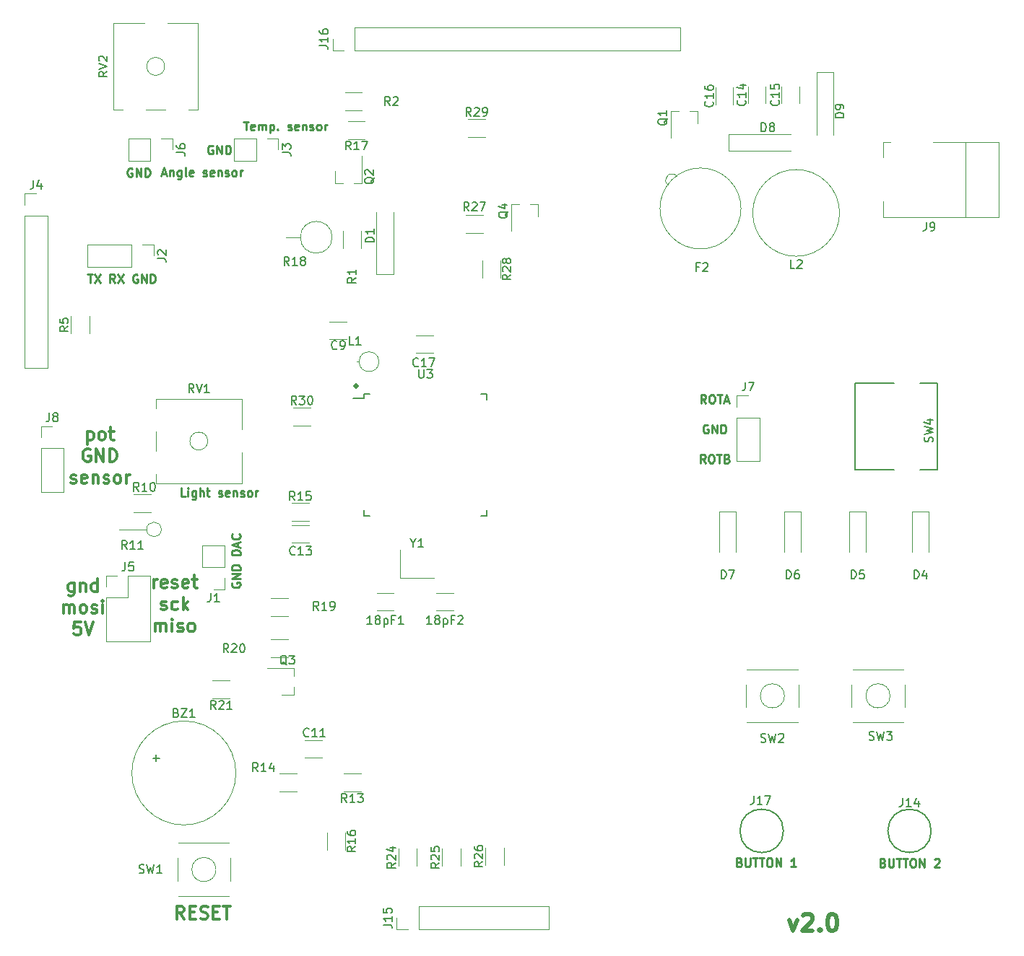
<source format=gto>
G04 #@! TF.FileFunction,Legend,Top*
%FSLAX46Y46*%
G04 Gerber Fmt 4.6, Leading zero omitted, Abs format (unit mm)*
G04 Created by KiCad (PCBNEW 4.0.7-e2-6376~61~ubuntu18.04.1) date Sat Mar 13 17:21:18 2021*
%MOMM*%
%LPD*%
G01*
G04 APERTURE LIST*
%ADD10C,0.100000*%
%ADD11C,0.250000*%
%ADD12C,0.300000*%
%ADD13C,0.500000*%
%ADD14C,0.200000*%
%ADD15C,0.150000*%
%ADD16C,0.120000*%
G04 APERTURE END LIST*
D10*
D11*
X106908696Y-53411500D02*
X106813458Y-53363881D01*
X106670601Y-53363881D01*
X106527743Y-53411500D01*
X106432505Y-53506738D01*
X106384886Y-53601976D01*
X106337267Y-53792452D01*
X106337267Y-53935310D01*
X106384886Y-54125786D01*
X106432505Y-54221024D01*
X106527743Y-54316262D01*
X106670601Y-54363881D01*
X106765839Y-54363881D01*
X106908696Y-54316262D01*
X106956315Y-54268643D01*
X106956315Y-53935310D01*
X106765839Y-53935310D01*
X107384886Y-54363881D02*
X107384886Y-53363881D01*
X107956315Y-54363881D01*
X107956315Y-53363881D01*
X108432505Y-54363881D02*
X108432505Y-53363881D01*
X108670600Y-53363881D01*
X108813458Y-53411500D01*
X108908696Y-53506738D01*
X108956315Y-53601976D01*
X109003934Y-53792452D01*
X109003934Y-53935310D01*
X108956315Y-54125786D01*
X108908696Y-54221024D01*
X108813458Y-54316262D01*
X108670600Y-54363881D01*
X108432505Y-54363881D01*
D12*
X103548929Y-144125071D02*
X103048929Y-143410786D01*
X102691786Y-144125071D02*
X102691786Y-142625071D01*
X103263214Y-142625071D01*
X103406072Y-142696500D01*
X103477500Y-142767929D01*
X103548929Y-142910786D01*
X103548929Y-143125071D01*
X103477500Y-143267929D01*
X103406072Y-143339357D01*
X103263214Y-143410786D01*
X102691786Y-143410786D01*
X104191786Y-143339357D02*
X104691786Y-143339357D01*
X104906072Y-144125071D02*
X104191786Y-144125071D01*
X104191786Y-142625071D01*
X104906072Y-142625071D01*
X105477500Y-144053643D02*
X105691786Y-144125071D01*
X106048929Y-144125071D01*
X106191786Y-144053643D01*
X106263215Y-143982214D01*
X106334643Y-143839357D01*
X106334643Y-143696500D01*
X106263215Y-143553643D01*
X106191786Y-143482214D01*
X106048929Y-143410786D01*
X105763215Y-143339357D01*
X105620357Y-143267929D01*
X105548929Y-143196500D01*
X105477500Y-143053643D01*
X105477500Y-142910786D01*
X105548929Y-142767929D01*
X105620357Y-142696500D01*
X105763215Y-142625071D01*
X106120357Y-142625071D01*
X106334643Y-142696500D01*
X106977500Y-143339357D02*
X107477500Y-143339357D01*
X107691786Y-144125071D02*
X106977500Y-144125071D01*
X106977500Y-142625071D01*
X107691786Y-142625071D01*
X108120357Y-142625071D02*
X108977500Y-142625071D01*
X108548929Y-144125071D02*
X108548929Y-142625071D01*
X92233929Y-86917571D02*
X92233929Y-88417571D01*
X92233929Y-86989000D02*
X92376786Y-86917571D01*
X92662500Y-86917571D01*
X92805357Y-86989000D01*
X92876786Y-87060429D01*
X92948215Y-87203286D01*
X92948215Y-87631857D01*
X92876786Y-87774714D01*
X92805357Y-87846143D01*
X92662500Y-87917571D01*
X92376786Y-87917571D01*
X92233929Y-87846143D01*
X93805358Y-87917571D02*
X93662500Y-87846143D01*
X93591072Y-87774714D01*
X93519643Y-87631857D01*
X93519643Y-87203286D01*
X93591072Y-87060429D01*
X93662500Y-86989000D01*
X93805358Y-86917571D01*
X94019643Y-86917571D01*
X94162500Y-86989000D01*
X94233929Y-87060429D01*
X94305358Y-87203286D01*
X94305358Y-87631857D01*
X94233929Y-87774714D01*
X94162500Y-87846143D01*
X94019643Y-87917571D01*
X93805358Y-87917571D01*
X94733929Y-86917571D02*
X95305358Y-86917571D01*
X94948215Y-86417571D02*
X94948215Y-87703286D01*
X95019643Y-87846143D01*
X95162501Y-87917571D01*
X95305358Y-87917571D01*
X92519643Y-89039000D02*
X92376786Y-88967571D01*
X92162500Y-88967571D01*
X91948215Y-89039000D01*
X91805357Y-89181857D01*
X91733929Y-89324714D01*
X91662500Y-89610429D01*
X91662500Y-89824714D01*
X91733929Y-90110429D01*
X91805357Y-90253286D01*
X91948215Y-90396143D01*
X92162500Y-90467571D01*
X92305357Y-90467571D01*
X92519643Y-90396143D01*
X92591072Y-90324714D01*
X92591072Y-89824714D01*
X92305357Y-89824714D01*
X93233929Y-90467571D02*
X93233929Y-88967571D01*
X94091072Y-90467571D01*
X94091072Y-88967571D01*
X94805358Y-90467571D02*
X94805358Y-88967571D01*
X95162501Y-88967571D01*
X95376786Y-89039000D01*
X95519644Y-89181857D01*
X95591072Y-89324714D01*
X95662501Y-89610429D01*
X95662501Y-89824714D01*
X95591072Y-90110429D01*
X95519644Y-90253286D01*
X95376786Y-90396143D01*
X95162501Y-90467571D01*
X94805358Y-90467571D01*
X90269643Y-92946143D02*
X90412500Y-93017571D01*
X90698215Y-93017571D01*
X90841072Y-92946143D01*
X90912500Y-92803286D01*
X90912500Y-92731857D01*
X90841072Y-92589000D01*
X90698215Y-92517571D01*
X90483929Y-92517571D01*
X90341072Y-92446143D01*
X90269643Y-92303286D01*
X90269643Y-92231857D01*
X90341072Y-92089000D01*
X90483929Y-92017571D01*
X90698215Y-92017571D01*
X90841072Y-92089000D01*
X92126786Y-92946143D02*
X91983929Y-93017571D01*
X91698215Y-93017571D01*
X91555358Y-92946143D01*
X91483929Y-92803286D01*
X91483929Y-92231857D01*
X91555358Y-92089000D01*
X91698215Y-92017571D01*
X91983929Y-92017571D01*
X92126786Y-92089000D01*
X92198215Y-92231857D01*
X92198215Y-92374714D01*
X91483929Y-92517571D01*
X92841072Y-92017571D02*
X92841072Y-93017571D01*
X92841072Y-92160429D02*
X92912500Y-92089000D01*
X93055358Y-92017571D01*
X93269643Y-92017571D01*
X93412500Y-92089000D01*
X93483929Y-92231857D01*
X93483929Y-93017571D01*
X94126786Y-92946143D02*
X94269643Y-93017571D01*
X94555358Y-93017571D01*
X94698215Y-92946143D01*
X94769643Y-92803286D01*
X94769643Y-92731857D01*
X94698215Y-92589000D01*
X94555358Y-92517571D01*
X94341072Y-92517571D01*
X94198215Y-92446143D01*
X94126786Y-92303286D01*
X94126786Y-92231857D01*
X94198215Y-92089000D01*
X94341072Y-92017571D01*
X94555358Y-92017571D01*
X94698215Y-92089000D01*
X95626787Y-93017571D02*
X95483929Y-92946143D01*
X95412501Y-92874714D01*
X95341072Y-92731857D01*
X95341072Y-92303286D01*
X95412501Y-92160429D01*
X95483929Y-92089000D01*
X95626787Y-92017571D01*
X95841072Y-92017571D01*
X95983929Y-92089000D01*
X96055358Y-92160429D01*
X96126787Y-92303286D01*
X96126787Y-92731857D01*
X96055358Y-92874714D01*
X95983929Y-92946143D01*
X95841072Y-93017571D01*
X95626787Y-93017571D01*
X96769644Y-93017571D02*
X96769644Y-92017571D01*
X96769644Y-92303286D02*
X96841072Y-92160429D01*
X96912501Y-92089000D01*
X97055358Y-92017571D01*
X97198215Y-92017571D01*
D11*
X92216790Y-68476881D02*
X92788219Y-68476881D01*
X92502504Y-69476881D02*
X92502504Y-68476881D01*
X93026314Y-68476881D02*
X93692981Y-69476881D01*
X93692981Y-68476881D02*
X93026314Y-69476881D01*
X95407267Y-69476881D02*
X95073933Y-69000690D01*
X94835838Y-69476881D02*
X94835838Y-68476881D01*
X95216791Y-68476881D01*
X95312029Y-68524500D01*
X95359648Y-68572119D01*
X95407267Y-68667357D01*
X95407267Y-68810214D01*
X95359648Y-68905452D01*
X95312029Y-68953071D01*
X95216791Y-69000690D01*
X94835838Y-69000690D01*
X95740600Y-68476881D02*
X96407267Y-69476881D01*
X96407267Y-68476881D02*
X95740600Y-69476881D01*
X98073934Y-68524500D02*
X97978696Y-68476881D01*
X97835839Y-68476881D01*
X97692981Y-68524500D01*
X97597743Y-68619738D01*
X97550124Y-68714976D01*
X97502505Y-68905452D01*
X97502505Y-69048310D01*
X97550124Y-69238786D01*
X97597743Y-69334024D01*
X97692981Y-69429262D01*
X97835839Y-69476881D01*
X97931077Y-69476881D01*
X98073934Y-69429262D01*
X98121553Y-69381643D01*
X98121553Y-69048310D01*
X97931077Y-69048310D01*
X98550124Y-69476881D02*
X98550124Y-68476881D01*
X99121553Y-69476881D01*
X99121553Y-68476881D01*
X99597743Y-69476881D02*
X99597743Y-68476881D01*
X99835838Y-68476881D01*
X99978696Y-68524500D01*
X100073934Y-68619738D01*
X100121553Y-68714976D01*
X100169172Y-68905452D01*
X100169172Y-69048310D01*
X100121553Y-69238786D01*
X100073934Y-69334024D01*
X99978696Y-69429262D01*
X99835838Y-69476881D01*
X99597743Y-69476881D01*
D12*
X90658286Y-104697571D02*
X90658286Y-105911857D01*
X90586857Y-106054714D01*
X90515429Y-106126143D01*
X90372572Y-106197571D01*
X90158286Y-106197571D01*
X90015429Y-106126143D01*
X90658286Y-105626143D02*
X90515429Y-105697571D01*
X90229715Y-105697571D01*
X90086857Y-105626143D01*
X90015429Y-105554714D01*
X89944000Y-105411857D01*
X89944000Y-104983286D01*
X90015429Y-104840429D01*
X90086857Y-104769000D01*
X90229715Y-104697571D01*
X90515429Y-104697571D01*
X90658286Y-104769000D01*
X91372572Y-104697571D02*
X91372572Y-105697571D01*
X91372572Y-104840429D02*
X91444000Y-104769000D01*
X91586858Y-104697571D01*
X91801143Y-104697571D01*
X91944000Y-104769000D01*
X92015429Y-104911857D01*
X92015429Y-105697571D01*
X93372572Y-105697571D02*
X93372572Y-104197571D01*
X93372572Y-105626143D02*
X93229715Y-105697571D01*
X92944001Y-105697571D01*
X92801143Y-105626143D01*
X92729715Y-105554714D01*
X92658286Y-105411857D01*
X92658286Y-104983286D01*
X92729715Y-104840429D01*
X92801143Y-104769000D01*
X92944001Y-104697571D01*
X93229715Y-104697571D01*
X93372572Y-104769000D01*
X89408286Y-108247571D02*
X89408286Y-107247571D01*
X89408286Y-107390429D02*
X89479714Y-107319000D01*
X89622572Y-107247571D01*
X89836857Y-107247571D01*
X89979714Y-107319000D01*
X90051143Y-107461857D01*
X90051143Y-108247571D01*
X90051143Y-107461857D02*
X90122572Y-107319000D01*
X90265429Y-107247571D01*
X90479714Y-107247571D01*
X90622572Y-107319000D01*
X90694000Y-107461857D01*
X90694000Y-108247571D01*
X91622572Y-108247571D02*
X91479714Y-108176143D01*
X91408286Y-108104714D01*
X91336857Y-107961857D01*
X91336857Y-107533286D01*
X91408286Y-107390429D01*
X91479714Y-107319000D01*
X91622572Y-107247571D01*
X91836857Y-107247571D01*
X91979714Y-107319000D01*
X92051143Y-107390429D01*
X92122572Y-107533286D01*
X92122572Y-107961857D01*
X92051143Y-108104714D01*
X91979714Y-108176143D01*
X91836857Y-108247571D01*
X91622572Y-108247571D01*
X92694000Y-108176143D02*
X92836857Y-108247571D01*
X93122572Y-108247571D01*
X93265429Y-108176143D01*
X93336857Y-108033286D01*
X93336857Y-107961857D01*
X93265429Y-107819000D01*
X93122572Y-107747571D01*
X92908286Y-107747571D01*
X92765429Y-107676143D01*
X92694000Y-107533286D01*
X92694000Y-107461857D01*
X92765429Y-107319000D01*
X92908286Y-107247571D01*
X93122572Y-107247571D01*
X93265429Y-107319000D01*
X93979715Y-108247571D02*
X93979715Y-107247571D01*
X93979715Y-106747571D02*
X93908286Y-106819000D01*
X93979715Y-106890429D01*
X94051143Y-106819000D01*
X93979715Y-106747571D01*
X93979715Y-106890429D01*
X91408287Y-109297571D02*
X90694001Y-109297571D01*
X90622572Y-110011857D01*
X90694001Y-109940429D01*
X90836858Y-109869000D01*
X91194001Y-109869000D01*
X91336858Y-109940429D01*
X91408287Y-110011857D01*
X91479715Y-110154714D01*
X91479715Y-110511857D01*
X91408287Y-110654714D01*
X91336858Y-110726143D01*
X91194001Y-110797571D01*
X90836858Y-110797571D01*
X90694001Y-110726143D01*
X90622572Y-110654714D01*
X91908286Y-109297571D02*
X92408286Y-110797571D01*
X92908286Y-109297571D01*
X99996929Y-105316571D02*
X99996929Y-104316571D01*
X99996929Y-104602286D02*
X100068357Y-104459429D01*
X100139786Y-104388000D01*
X100282643Y-104316571D01*
X100425500Y-104316571D01*
X101496928Y-105245143D02*
X101354071Y-105316571D01*
X101068357Y-105316571D01*
X100925500Y-105245143D01*
X100854071Y-105102286D01*
X100854071Y-104530857D01*
X100925500Y-104388000D01*
X101068357Y-104316571D01*
X101354071Y-104316571D01*
X101496928Y-104388000D01*
X101568357Y-104530857D01*
X101568357Y-104673714D01*
X100854071Y-104816571D01*
X102139785Y-105245143D02*
X102282642Y-105316571D01*
X102568357Y-105316571D01*
X102711214Y-105245143D01*
X102782642Y-105102286D01*
X102782642Y-105030857D01*
X102711214Y-104888000D01*
X102568357Y-104816571D01*
X102354071Y-104816571D01*
X102211214Y-104745143D01*
X102139785Y-104602286D01*
X102139785Y-104530857D01*
X102211214Y-104388000D01*
X102354071Y-104316571D01*
X102568357Y-104316571D01*
X102711214Y-104388000D01*
X103996928Y-105245143D02*
X103854071Y-105316571D01*
X103568357Y-105316571D01*
X103425500Y-105245143D01*
X103354071Y-105102286D01*
X103354071Y-104530857D01*
X103425500Y-104388000D01*
X103568357Y-104316571D01*
X103854071Y-104316571D01*
X103996928Y-104388000D01*
X104068357Y-104530857D01*
X104068357Y-104673714D01*
X103354071Y-104816571D01*
X104496928Y-104316571D02*
X105068357Y-104316571D01*
X104711214Y-103816571D02*
X104711214Y-105102286D01*
X104782642Y-105245143D01*
X104925500Y-105316571D01*
X105068357Y-105316571D01*
X100854071Y-107795143D02*
X100996928Y-107866571D01*
X101282643Y-107866571D01*
X101425500Y-107795143D01*
X101496928Y-107652286D01*
X101496928Y-107580857D01*
X101425500Y-107438000D01*
X101282643Y-107366571D01*
X101068357Y-107366571D01*
X100925500Y-107295143D01*
X100854071Y-107152286D01*
X100854071Y-107080857D01*
X100925500Y-106938000D01*
X101068357Y-106866571D01*
X101282643Y-106866571D01*
X101425500Y-106938000D01*
X102782643Y-107795143D02*
X102639786Y-107866571D01*
X102354072Y-107866571D01*
X102211214Y-107795143D01*
X102139786Y-107723714D01*
X102068357Y-107580857D01*
X102068357Y-107152286D01*
X102139786Y-107009429D01*
X102211214Y-106938000D01*
X102354072Y-106866571D01*
X102639786Y-106866571D01*
X102782643Y-106938000D01*
X103425500Y-107866571D02*
X103425500Y-106366571D01*
X103568357Y-107295143D02*
X103996928Y-107866571D01*
X103996928Y-106866571D02*
X103425500Y-107438000D01*
X100139786Y-110416571D02*
X100139786Y-109416571D01*
X100139786Y-109559429D02*
X100211214Y-109488000D01*
X100354072Y-109416571D01*
X100568357Y-109416571D01*
X100711214Y-109488000D01*
X100782643Y-109630857D01*
X100782643Y-110416571D01*
X100782643Y-109630857D02*
X100854072Y-109488000D01*
X100996929Y-109416571D01*
X101211214Y-109416571D01*
X101354072Y-109488000D01*
X101425500Y-109630857D01*
X101425500Y-110416571D01*
X102139786Y-110416571D02*
X102139786Y-109416571D01*
X102139786Y-108916571D02*
X102068357Y-108988000D01*
X102139786Y-109059429D01*
X102211214Y-108988000D01*
X102139786Y-108916571D01*
X102139786Y-109059429D01*
X102782643Y-110345143D02*
X102925500Y-110416571D01*
X103211215Y-110416571D01*
X103354072Y-110345143D01*
X103425500Y-110202286D01*
X103425500Y-110130857D01*
X103354072Y-109988000D01*
X103211215Y-109916571D01*
X102996929Y-109916571D01*
X102854072Y-109845143D01*
X102782643Y-109702286D01*
X102782643Y-109630857D01*
X102854072Y-109488000D01*
X102996929Y-109416571D01*
X103211215Y-109416571D01*
X103354072Y-109488000D01*
X104282644Y-110416571D02*
X104139786Y-110345143D01*
X104068358Y-110273714D01*
X103996929Y-110130857D01*
X103996929Y-109702286D01*
X104068358Y-109559429D01*
X104139786Y-109488000D01*
X104282644Y-109416571D01*
X104496929Y-109416571D01*
X104639786Y-109488000D01*
X104711215Y-109559429D01*
X104782644Y-109702286D01*
X104782644Y-110130857D01*
X104711215Y-110273714D01*
X104639786Y-110345143D01*
X104496929Y-110416571D01*
X104282644Y-110416571D01*
D11*
X109164500Y-104679428D02*
X109116881Y-104774666D01*
X109116881Y-104917523D01*
X109164500Y-105060381D01*
X109259738Y-105155619D01*
X109354976Y-105203238D01*
X109545452Y-105250857D01*
X109688310Y-105250857D01*
X109878786Y-105203238D01*
X109974024Y-105155619D01*
X110069262Y-105060381D01*
X110116881Y-104917523D01*
X110116881Y-104822285D01*
X110069262Y-104679428D01*
X110021643Y-104631809D01*
X109688310Y-104631809D01*
X109688310Y-104822285D01*
X110116881Y-104203238D02*
X109116881Y-104203238D01*
X110116881Y-103631809D01*
X109116881Y-103631809D01*
X110116881Y-103155619D02*
X109116881Y-103155619D01*
X109116881Y-102917524D01*
X109164500Y-102774666D01*
X109259738Y-102679428D01*
X109354976Y-102631809D01*
X109545452Y-102584190D01*
X109688310Y-102584190D01*
X109878786Y-102631809D01*
X109974024Y-102679428D01*
X110069262Y-102774666D01*
X110116881Y-102917524D01*
X110116881Y-103155619D01*
X110116881Y-101393714D02*
X109116881Y-101393714D01*
X109116881Y-101155619D01*
X109164500Y-101012761D01*
X109259738Y-100917523D01*
X109354976Y-100869904D01*
X109545452Y-100822285D01*
X109688310Y-100822285D01*
X109878786Y-100869904D01*
X109974024Y-100917523D01*
X110069262Y-101012761D01*
X110116881Y-101155619D01*
X110116881Y-101393714D01*
X109831167Y-100441333D02*
X109831167Y-99965142D01*
X110116881Y-100536571D02*
X109116881Y-100203238D01*
X110116881Y-99869904D01*
X110021643Y-98965142D02*
X110069262Y-99012761D01*
X110116881Y-99155618D01*
X110116881Y-99250856D01*
X110069262Y-99393714D01*
X109974024Y-99488952D01*
X109878786Y-99536571D01*
X109688310Y-99584190D01*
X109545452Y-99584190D01*
X109354976Y-99536571D01*
X109259738Y-99488952D01*
X109164500Y-99393714D01*
X109116881Y-99250856D01*
X109116881Y-99155618D01*
X109164500Y-99012761D01*
X109212119Y-98965142D01*
X164711191Y-83629881D02*
X164377857Y-83153690D01*
X164139762Y-83629881D02*
X164139762Y-82629881D01*
X164520715Y-82629881D01*
X164615953Y-82677500D01*
X164663572Y-82725119D01*
X164711191Y-82820357D01*
X164711191Y-82963214D01*
X164663572Y-83058452D01*
X164615953Y-83106071D01*
X164520715Y-83153690D01*
X164139762Y-83153690D01*
X165330238Y-82629881D02*
X165520715Y-82629881D01*
X165615953Y-82677500D01*
X165711191Y-82772738D01*
X165758810Y-82963214D01*
X165758810Y-83296548D01*
X165711191Y-83487024D01*
X165615953Y-83582262D01*
X165520715Y-83629881D01*
X165330238Y-83629881D01*
X165235000Y-83582262D01*
X165139762Y-83487024D01*
X165092143Y-83296548D01*
X165092143Y-82963214D01*
X165139762Y-82772738D01*
X165235000Y-82677500D01*
X165330238Y-82629881D01*
X166044524Y-82629881D02*
X166615953Y-82629881D01*
X166330238Y-83629881D02*
X166330238Y-82629881D01*
X166901667Y-83344167D02*
X167377858Y-83344167D01*
X166806429Y-83629881D02*
X167139762Y-82629881D01*
X167473096Y-83629881D01*
X164973096Y-86177500D02*
X164877858Y-86129881D01*
X164735001Y-86129881D01*
X164592143Y-86177500D01*
X164496905Y-86272738D01*
X164449286Y-86367976D01*
X164401667Y-86558452D01*
X164401667Y-86701310D01*
X164449286Y-86891786D01*
X164496905Y-86987024D01*
X164592143Y-87082262D01*
X164735001Y-87129881D01*
X164830239Y-87129881D01*
X164973096Y-87082262D01*
X165020715Y-87034643D01*
X165020715Y-86701310D01*
X164830239Y-86701310D01*
X165449286Y-87129881D02*
X165449286Y-86129881D01*
X166020715Y-87129881D01*
X166020715Y-86129881D01*
X166496905Y-87129881D02*
X166496905Y-86129881D01*
X166735000Y-86129881D01*
X166877858Y-86177500D01*
X166973096Y-86272738D01*
X167020715Y-86367976D01*
X167068334Y-86558452D01*
X167068334Y-86701310D01*
X167020715Y-86891786D01*
X166973096Y-86987024D01*
X166877858Y-87082262D01*
X166735000Y-87129881D01*
X166496905Y-87129881D01*
X164639762Y-90629881D02*
X164306428Y-90153690D01*
X164068333Y-90629881D02*
X164068333Y-89629881D01*
X164449286Y-89629881D01*
X164544524Y-89677500D01*
X164592143Y-89725119D01*
X164639762Y-89820357D01*
X164639762Y-89963214D01*
X164592143Y-90058452D01*
X164544524Y-90106071D01*
X164449286Y-90153690D01*
X164068333Y-90153690D01*
X165258809Y-89629881D02*
X165449286Y-89629881D01*
X165544524Y-89677500D01*
X165639762Y-89772738D01*
X165687381Y-89963214D01*
X165687381Y-90296548D01*
X165639762Y-90487024D01*
X165544524Y-90582262D01*
X165449286Y-90629881D01*
X165258809Y-90629881D01*
X165163571Y-90582262D01*
X165068333Y-90487024D01*
X165020714Y-90296548D01*
X165020714Y-89963214D01*
X165068333Y-89772738D01*
X165163571Y-89677500D01*
X165258809Y-89629881D01*
X165973095Y-89629881D02*
X166544524Y-89629881D01*
X166258809Y-90629881D02*
X166258809Y-89629881D01*
X167211191Y-90106071D02*
X167354048Y-90153690D01*
X167401667Y-90201310D01*
X167449286Y-90296548D01*
X167449286Y-90439405D01*
X167401667Y-90534643D01*
X167354048Y-90582262D01*
X167258810Y-90629881D01*
X166877857Y-90629881D01*
X166877857Y-89629881D01*
X167211191Y-89629881D01*
X167306429Y-89677500D01*
X167354048Y-89725119D01*
X167401667Y-89820357D01*
X167401667Y-89915595D01*
X167354048Y-90010833D01*
X167306429Y-90058452D01*
X167211191Y-90106071D01*
X166877857Y-90106071D01*
X97447196Y-56078500D02*
X97351958Y-56030881D01*
X97209101Y-56030881D01*
X97066243Y-56078500D01*
X96971005Y-56173738D01*
X96923386Y-56268976D01*
X96875767Y-56459452D01*
X96875767Y-56602310D01*
X96923386Y-56792786D01*
X96971005Y-56888024D01*
X97066243Y-56983262D01*
X97209101Y-57030881D01*
X97304339Y-57030881D01*
X97447196Y-56983262D01*
X97494815Y-56935643D01*
X97494815Y-56602310D01*
X97304339Y-56602310D01*
X97923386Y-57030881D02*
X97923386Y-56030881D01*
X98494815Y-57030881D01*
X98494815Y-56030881D01*
X98971005Y-57030881D02*
X98971005Y-56030881D01*
X99209100Y-56030881D01*
X99351958Y-56078500D01*
X99447196Y-56173738D01*
X99494815Y-56268976D01*
X99542434Y-56459452D01*
X99542434Y-56602310D01*
X99494815Y-56792786D01*
X99447196Y-56888024D01*
X99351958Y-56983262D01*
X99209100Y-57030881D01*
X98971005Y-57030881D01*
D13*
X174472957Y-144224429D02*
X174949148Y-145557762D01*
X175425338Y-144224429D01*
X176092005Y-143748238D02*
X176187243Y-143653000D01*
X176377720Y-143557762D01*
X176853910Y-143557762D01*
X177044386Y-143653000D01*
X177139624Y-143748238D01*
X177234863Y-143938714D01*
X177234863Y-144129190D01*
X177139624Y-144414905D01*
X175996767Y-145557762D01*
X177234863Y-145557762D01*
X178092005Y-145367286D02*
X178187244Y-145462524D01*
X178092005Y-145557762D01*
X177996767Y-145462524D01*
X178092005Y-145367286D01*
X178092005Y-145557762D01*
X179425339Y-143557762D02*
X179615815Y-143557762D01*
X179806291Y-143653000D01*
X179901529Y-143748238D01*
X179996767Y-143938714D01*
X180092006Y-144319667D01*
X180092006Y-144795857D01*
X179996767Y-145176810D01*
X179901529Y-145367286D01*
X179806291Y-145462524D01*
X179615815Y-145557762D01*
X179425339Y-145557762D01*
X179234863Y-145462524D01*
X179139625Y-145367286D01*
X179044386Y-145176810D01*
X178949148Y-144795857D01*
X178949148Y-144319667D01*
X179044386Y-143938714D01*
X179139625Y-143748238D01*
X179234863Y-143653000D01*
X179425339Y-143557762D01*
D12*
X123698000Y-81387000D02*
X123864667Y-81553667D01*
X123698000Y-81720333D01*
X123531334Y-81553667D01*
X123698000Y-81387000D01*
X123698000Y-81720333D01*
D11*
X103680119Y-94559381D02*
X103203928Y-94559381D01*
X103203928Y-93559381D01*
X104013452Y-94559381D02*
X104013452Y-93892714D01*
X104013452Y-93559381D02*
X103965833Y-93607000D01*
X104013452Y-93654619D01*
X104061071Y-93607000D01*
X104013452Y-93559381D01*
X104013452Y-93654619D01*
X104918214Y-93892714D02*
X104918214Y-94702238D01*
X104870595Y-94797476D01*
X104822976Y-94845095D01*
X104727737Y-94892714D01*
X104584880Y-94892714D01*
X104489642Y-94845095D01*
X104918214Y-94511762D02*
X104822976Y-94559381D01*
X104632499Y-94559381D01*
X104537261Y-94511762D01*
X104489642Y-94464143D01*
X104442023Y-94368905D01*
X104442023Y-94083190D01*
X104489642Y-93987952D01*
X104537261Y-93940333D01*
X104632499Y-93892714D01*
X104822976Y-93892714D01*
X104918214Y-93940333D01*
X105394404Y-94559381D02*
X105394404Y-93559381D01*
X105822976Y-94559381D02*
X105822976Y-94035571D01*
X105775357Y-93940333D01*
X105680119Y-93892714D01*
X105537261Y-93892714D01*
X105442023Y-93940333D01*
X105394404Y-93987952D01*
X106156309Y-93892714D02*
X106537261Y-93892714D01*
X106299166Y-93559381D02*
X106299166Y-94416524D01*
X106346785Y-94511762D01*
X106442023Y-94559381D01*
X106537261Y-94559381D01*
X107584881Y-94511762D02*
X107680119Y-94559381D01*
X107870595Y-94559381D01*
X107965834Y-94511762D01*
X108013453Y-94416524D01*
X108013453Y-94368905D01*
X107965834Y-94273667D01*
X107870595Y-94226048D01*
X107727738Y-94226048D01*
X107632500Y-94178429D01*
X107584881Y-94083190D01*
X107584881Y-94035571D01*
X107632500Y-93940333D01*
X107727738Y-93892714D01*
X107870595Y-93892714D01*
X107965834Y-93940333D01*
X108822977Y-94511762D02*
X108727739Y-94559381D01*
X108537262Y-94559381D01*
X108442024Y-94511762D01*
X108394405Y-94416524D01*
X108394405Y-94035571D01*
X108442024Y-93940333D01*
X108537262Y-93892714D01*
X108727739Y-93892714D01*
X108822977Y-93940333D01*
X108870596Y-94035571D01*
X108870596Y-94130810D01*
X108394405Y-94226048D01*
X109299167Y-93892714D02*
X109299167Y-94559381D01*
X109299167Y-93987952D02*
X109346786Y-93940333D01*
X109442024Y-93892714D01*
X109584882Y-93892714D01*
X109680120Y-93940333D01*
X109727739Y-94035571D01*
X109727739Y-94559381D01*
X110156310Y-94511762D02*
X110251548Y-94559381D01*
X110442024Y-94559381D01*
X110537263Y-94511762D01*
X110584882Y-94416524D01*
X110584882Y-94368905D01*
X110537263Y-94273667D01*
X110442024Y-94226048D01*
X110299167Y-94226048D01*
X110203929Y-94178429D01*
X110156310Y-94083190D01*
X110156310Y-94035571D01*
X110203929Y-93940333D01*
X110299167Y-93892714D01*
X110442024Y-93892714D01*
X110537263Y-93940333D01*
X111156310Y-94559381D02*
X111061072Y-94511762D01*
X111013453Y-94464143D01*
X110965834Y-94368905D01*
X110965834Y-94083190D01*
X111013453Y-93987952D01*
X111061072Y-93940333D01*
X111156310Y-93892714D01*
X111299168Y-93892714D01*
X111394406Y-93940333D01*
X111442025Y-93987952D01*
X111489644Y-94083190D01*
X111489644Y-94368905D01*
X111442025Y-94464143D01*
X111394406Y-94511762D01*
X111299168Y-94559381D01*
X111156310Y-94559381D01*
X111918215Y-94559381D02*
X111918215Y-93892714D01*
X111918215Y-94083190D02*
X111965834Y-93987952D01*
X112013453Y-93940333D01*
X112108691Y-93892714D01*
X112203930Y-93892714D01*
X110512838Y-50569881D02*
X111084267Y-50569881D01*
X110798552Y-51569881D02*
X110798552Y-50569881D01*
X111798553Y-51522262D02*
X111703315Y-51569881D01*
X111512838Y-51569881D01*
X111417600Y-51522262D01*
X111369981Y-51427024D01*
X111369981Y-51046071D01*
X111417600Y-50950833D01*
X111512838Y-50903214D01*
X111703315Y-50903214D01*
X111798553Y-50950833D01*
X111846172Y-51046071D01*
X111846172Y-51141310D01*
X111369981Y-51236548D01*
X112274743Y-51569881D02*
X112274743Y-50903214D01*
X112274743Y-50998452D02*
X112322362Y-50950833D01*
X112417600Y-50903214D01*
X112560458Y-50903214D01*
X112655696Y-50950833D01*
X112703315Y-51046071D01*
X112703315Y-51569881D01*
X112703315Y-51046071D02*
X112750934Y-50950833D01*
X112846172Y-50903214D01*
X112989029Y-50903214D01*
X113084267Y-50950833D01*
X113131886Y-51046071D01*
X113131886Y-51569881D01*
X113608076Y-50903214D02*
X113608076Y-51903214D01*
X113608076Y-50950833D02*
X113703314Y-50903214D01*
X113893791Y-50903214D01*
X113989029Y-50950833D01*
X114036648Y-50998452D01*
X114084267Y-51093690D01*
X114084267Y-51379405D01*
X114036648Y-51474643D01*
X113989029Y-51522262D01*
X113893791Y-51569881D01*
X113703314Y-51569881D01*
X113608076Y-51522262D01*
X114512838Y-51474643D02*
X114560457Y-51522262D01*
X114512838Y-51569881D01*
X114465219Y-51522262D01*
X114512838Y-51474643D01*
X114512838Y-51569881D01*
X115703314Y-51522262D02*
X115798552Y-51569881D01*
X115989028Y-51569881D01*
X116084267Y-51522262D01*
X116131886Y-51427024D01*
X116131886Y-51379405D01*
X116084267Y-51284167D01*
X115989028Y-51236548D01*
X115846171Y-51236548D01*
X115750933Y-51188929D01*
X115703314Y-51093690D01*
X115703314Y-51046071D01*
X115750933Y-50950833D01*
X115846171Y-50903214D01*
X115989028Y-50903214D01*
X116084267Y-50950833D01*
X116941410Y-51522262D02*
X116846172Y-51569881D01*
X116655695Y-51569881D01*
X116560457Y-51522262D01*
X116512838Y-51427024D01*
X116512838Y-51046071D01*
X116560457Y-50950833D01*
X116655695Y-50903214D01*
X116846172Y-50903214D01*
X116941410Y-50950833D01*
X116989029Y-51046071D01*
X116989029Y-51141310D01*
X116512838Y-51236548D01*
X117417600Y-50903214D02*
X117417600Y-51569881D01*
X117417600Y-50998452D02*
X117465219Y-50950833D01*
X117560457Y-50903214D01*
X117703315Y-50903214D01*
X117798553Y-50950833D01*
X117846172Y-51046071D01*
X117846172Y-51569881D01*
X118274743Y-51522262D02*
X118369981Y-51569881D01*
X118560457Y-51569881D01*
X118655696Y-51522262D01*
X118703315Y-51427024D01*
X118703315Y-51379405D01*
X118655696Y-51284167D01*
X118560457Y-51236548D01*
X118417600Y-51236548D01*
X118322362Y-51188929D01*
X118274743Y-51093690D01*
X118274743Y-51046071D01*
X118322362Y-50950833D01*
X118417600Y-50903214D01*
X118560457Y-50903214D01*
X118655696Y-50950833D01*
X119274743Y-51569881D02*
X119179505Y-51522262D01*
X119131886Y-51474643D01*
X119084267Y-51379405D01*
X119084267Y-51093690D01*
X119131886Y-50998452D01*
X119179505Y-50950833D01*
X119274743Y-50903214D01*
X119417601Y-50903214D01*
X119512839Y-50950833D01*
X119560458Y-50998452D01*
X119608077Y-51093690D01*
X119608077Y-51379405D01*
X119560458Y-51474643D01*
X119512839Y-51522262D01*
X119417601Y-51569881D01*
X119274743Y-51569881D01*
X120036648Y-51569881D02*
X120036648Y-50903214D01*
X120036648Y-51093690D02*
X120084267Y-50998452D01*
X120131886Y-50950833D01*
X120227124Y-50903214D01*
X120322363Y-50903214D01*
X100971932Y-56681667D02*
X101448123Y-56681667D01*
X100876694Y-56967381D02*
X101210027Y-55967381D01*
X101543361Y-56967381D01*
X101876694Y-56300714D02*
X101876694Y-56967381D01*
X101876694Y-56395952D02*
X101924313Y-56348333D01*
X102019551Y-56300714D01*
X102162409Y-56300714D01*
X102257647Y-56348333D01*
X102305266Y-56443571D01*
X102305266Y-56967381D01*
X103210028Y-56300714D02*
X103210028Y-57110238D01*
X103162409Y-57205476D01*
X103114790Y-57253095D01*
X103019551Y-57300714D01*
X102876694Y-57300714D01*
X102781456Y-57253095D01*
X103210028Y-56919762D02*
X103114790Y-56967381D01*
X102924313Y-56967381D01*
X102829075Y-56919762D01*
X102781456Y-56872143D01*
X102733837Y-56776905D01*
X102733837Y-56491190D01*
X102781456Y-56395952D01*
X102829075Y-56348333D01*
X102924313Y-56300714D01*
X103114790Y-56300714D01*
X103210028Y-56348333D01*
X103829075Y-56967381D02*
X103733837Y-56919762D01*
X103686218Y-56824524D01*
X103686218Y-55967381D01*
X104590981Y-56919762D02*
X104495743Y-56967381D01*
X104305266Y-56967381D01*
X104210028Y-56919762D01*
X104162409Y-56824524D01*
X104162409Y-56443571D01*
X104210028Y-56348333D01*
X104305266Y-56300714D01*
X104495743Y-56300714D01*
X104590981Y-56348333D01*
X104638600Y-56443571D01*
X104638600Y-56538810D01*
X104162409Y-56634048D01*
X105781457Y-56919762D02*
X105876695Y-56967381D01*
X106067171Y-56967381D01*
X106162410Y-56919762D01*
X106210029Y-56824524D01*
X106210029Y-56776905D01*
X106162410Y-56681667D01*
X106067171Y-56634048D01*
X105924314Y-56634048D01*
X105829076Y-56586429D01*
X105781457Y-56491190D01*
X105781457Y-56443571D01*
X105829076Y-56348333D01*
X105924314Y-56300714D01*
X106067171Y-56300714D01*
X106162410Y-56348333D01*
X107019553Y-56919762D02*
X106924315Y-56967381D01*
X106733838Y-56967381D01*
X106638600Y-56919762D01*
X106590981Y-56824524D01*
X106590981Y-56443571D01*
X106638600Y-56348333D01*
X106733838Y-56300714D01*
X106924315Y-56300714D01*
X107019553Y-56348333D01*
X107067172Y-56443571D01*
X107067172Y-56538810D01*
X106590981Y-56634048D01*
X107495743Y-56300714D02*
X107495743Y-56967381D01*
X107495743Y-56395952D02*
X107543362Y-56348333D01*
X107638600Y-56300714D01*
X107781458Y-56300714D01*
X107876696Y-56348333D01*
X107924315Y-56443571D01*
X107924315Y-56967381D01*
X108352886Y-56919762D02*
X108448124Y-56967381D01*
X108638600Y-56967381D01*
X108733839Y-56919762D01*
X108781458Y-56824524D01*
X108781458Y-56776905D01*
X108733839Y-56681667D01*
X108638600Y-56634048D01*
X108495743Y-56634048D01*
X108400505Y-56586429D01*
X108352886Y-56491190D01*
X108352886Y-56443571D01*
X108400505Y-56348333D01*
X108495743Y-56300714D01*
X108638600Y-56300714D01*
X108733839Y-56348333D01*
X109352886Y-56967381D02*
X109257648Y-56919762D01*
X109210029Y-56872143D01*
X109162410Y-56776905D01*
X109162410Y-56491190D01*
X109210029Y-56395952D01*
X109257648Y-56348333D01*
X109352886Y-56300714D01*
X109495744Y-56300714D01*
X109590982Y-56348333D01*
X109638601Y-56395952D01*
X109686220Y-56491190D01*
X109686220Y-56776905D01*
X109638601Y-56872143D01*
X109590982Y-56919762D01*
X109495744Y-56967381D01*
X109352886Y-56967381D01*
X110114791Y-56967381D02*
X110114791Y-56300714D01*
X110114791Y-56491190D02*
X110162410Y-56395952D01*
X110210029Y-56348333D01*
X110305267Y-56300714D01*
X110400506Y-56300714D01*
X185475953Y-137533071D02*
X185618810Y-137580690D01*
X185666429Y-137628310D01*
X185714048Y-137723548D01*
X185714048Y-137866405D01*
X185666429Y-137961643D01*
X185618810Y-138009262D01*
X185523572Y-138056881D01*
X185142619Y-138056881D01*
X185142619Y-137056881D01*
X185475953Y-137056881D01*
X185571191Y-137104500D01*
X185618810Y-137152119D01*
X185666429Y-137247357D01*
X185666429Y-137342595D01*
X185618810Y-137437833D01*
X185571191Y-137485452D01*
X185475953Y-137533071D01*
X185142619Y-137533071D01*
X186142619Y-137056881D02*
X186142619Y-137866405D01*
X186190238Y-137961643D01*
X186237857Y-138009262D01*
X186333095Y-138056881D01*
X186523572Y-138056881D01*
X186618810Y-138009262D01*
X186666429Y-137961643D01*
X186714048Y-137866405D01*
X186714048Y-137056881D01*
X187047381Y-137056881D02*
X187618810Y-137056881D01*
X187333095Y-138056881D02*
X187333095Y-137056881D01*
X187809286Y-137056881D02*
X188380715Y-137056881D01*
X188095000Y-138056881D02*
X188095000Y-137056881D01*
X188904524Y-137056881D02*
X189095001Y-137056881D01*
X189190239Y-137104500D01*
X189285477Y-137199738D01*
X189333096Y-137390214D01*
X189333096Y-137723548D01*
X189285477Y-137914024D01*
X189190239Y-138009262D01*
X189095001Y-138056881D01*
X188904524Y-138056881D01*
X188809286Y-138009262D01*
X188714048Y-137914024D01*
X188666429Y-137723548D01*
X188666429Y-137390214D01*
X188714048Y-137199738D01*
X188809286Y-137104500D01*
X188904524Y-137056881D01*
X189761667Y-138056881D02*
X189761667Y-137056881D01*
X190333096Y-138056881D01*
X190333096Y-137056881D01*
X191523572Y-137152119D02*
X191571191Y-137104500D01*
X191666429Y-137056881D01*
X191904525Y-137056881D01*
X191999763Y-137104500D01*
X192047382Y-137152119D01*
X192095001Y-137247357D01*
X192095001Y-137342595D01*
X192047382Y-137485452D01*
X191475953Y-138056881D01*
X192095001Y-138056881D01*
X168648453Y-137469571D02*
X168791310Y-137517190D01*
X168838929Y-137564810D01*
X168886548Y-137660048D01*
X168886548Y-137802905D01*
X168838929Y-137898143D01*
X168791310Y-137945762D01*
X168696072Y-137993381D01*
X168315119Y-137993381D01*
X168315119Y-136993381D01*
X168648453Y-136993381D01*
X168743691Y-137041000D01*
X168791310Y-137088619D01*
X168838929Y-137183857D01*
X168838929Y-137279095D01*
X168791310Y-137374333D01*
X168743691Y-137421952D01*
X168648453Y-137469571D01*
X168315119Y-137469571D01*
X169315119Y-136993381D02*
X169315119Y-137802905D01*
X169362738Y-137898143D01*
X169410357Y-137945762D01*
X169505595Y-137993381D01*
X169696072Y-137993381D01*
X169791310Y-137945762D01*
X169838929Y-137898143D01*
X169886548Y-137802905D01*
X169886548Y-136993381D01*
X170219881Y-136993381D02*
X170791310Y-136993381D01*
X170505595Y-137993381D02*
X170505595Y-136993381D01*
X170981786Y-136993381D02*
X171553215Y-136993381D01*
X171267500Y-137993381D02*
X171267500Y-136993381D01*
X172077024Y-136993381D02*
X172267501Y-136993381D01*
X172362739Y-137041000D01*
X172457977Y-137136238D01*
X172505596Y-137326714D01*
X172505596Y-137660048D01*
X172457977Y-137850524D01*
X172362739Y-137945762D01*
X172267501Y-137993381D01*
X172077024Y-137993381D01*
X171981786Y-137945762D01*
X171886548Y-137850524D01*
X171838929Y-137660048D01*
X171838929Y-137326714D01*
X171886548Y-137136238D01*
X171981786Y-137041000D01*
X172077024Y-136993381D01*
X172934167Y-137993381D02*
X172934167Y-136993381D01*
X173505596Y-137993381D01*
X173505596Y-136993381D01*
X175267501Y-137993381D02*
X174696072Y-137993381D01*
X174981786Y-137993381D02*
X174981786Y-136993381D01*
X174886548Y-137136238D01*
X174791310Y-137231476D01*
X174696072Y-137279095D01*
D14*
X173812168Y-133794500D02*
G75*
G03X173812168Y-133794500I-2552668J0D01*
G01*
X191135000Y-133794500D02*
G75*
G03X191135000Y-133794500I-2540000J0D01*
G01*
D15*
X124651000Y-82487000D02*
X124651000Y-83062000D01*
X139001000Y-82487000D02*
X139001000Y-83162000D01*
X139001000Y-96837000D02*
X139001000Y-96162000D01*
X124651000Y-96837000D02*
X124651000Y-96162000D01*
X124651000Y-82487000D02*
X125326000Y-82487000D01*
X124651000Y-96837000D02*
X125326000Y-96837000D01*
X139001000Y-96837000D02*
X138326000Y-96837000D01*
X139001000Y-82487000D02*
X138326000Y-82487000D01*
X124651000Y-83062000D02*
X123376000Y-83062000D01*
D16*
X101267600Y-44085500D02*
G75*
G03X101267600Y-44085500I-1050000J0D01*
G01*
X95256600Y-49145500D02*
X95256600Y-39025500D01*
X105177600Y-49145500D02*
X105177600Y-39025500D01*
X95256600Y-49145500D02*
X96352600Y-49145500D01*
X99082600Y-49145500D02*
X101352600Y-49145500D01*
X104082600Y-49145500D02*
X105177600Y-49145500D01*
X95256600Y-39025500D02*
X98852600Y-39025500D01*
X101582600Y-39025500D02*
X105177600Y-39025500D01*
X128127000Y-105914000D02*
X126127000Y-105914000D01*
X126127000Y-107954000D02*
X128127000Y-107954000D01*
X133112000Y-107954000D02*
X135112000Y-107954000D01*
X135112000Y-105914000D02*
X133112000Y-105914000D01*
X109616500Y-127000000D02*
G75*
G03X109616500Y-127000000I-6100000J0D01*
G01*
X120602500Y-76077000D02*
X122602500Y-76077000D01*
X122602500Y-74037000D02*
X120602500Y-74037000D01*
X117681500Y-125226000D02*
X119681500Y-125226000D01*
X119681500Y-123186000D02*
X117681500Y-123186000D01*
X118195600Y-97913000D02*
X116195600Y-97913000D01*
X116195600Y-99953000D02*
X118195600Y-99953000D01*
X169668000Y-46434500D02*
X169668000Y-48434500D01*
X171708000Y-48434500D02*
X171708000Y-46434500D01*
X173605000Y-46434500D02*
X173605000Y-48434500D01*
X175645000Y-48434500D02*
X175645000Y-46434500D01*
X165858000Y-46561500D02*
X165858000Y-48561500D01*
X167898000Y-48561500D02*
X167898000Y-46561500D01*
X132762500Y-75688000D02*
X130762500Y-75688000D01*
X130762500Y-77728000D02*
X132762500Y-77728000D01*
X190815000Y-96341000D02*
X188915000Y-96341000D01*
X188915000Y-96341000D02*
X188915000Y-101041000D01*
X190815000Y-96341000D02*
X190815000Y-101041000D01*
X183449000Y-96341000D02*
X181549000Y-96341000D01*
X181549000Y-96341000D02*
X181549000Y-101041000D01*
X183449000Y-96341000D02*
X183449000Y-101041000D01*
X175829000Y-96341000D02*
X173929000Y-96341000D01*
X173929000Y-96341000D02*
X173929000Y-101041000D01*
X175829000Y-96341000D02*
X175829000Y-101041000D01*
X168209000Y-96341000D02*
X166309000Y-96341000D01*
X166309000Y-96341000D02*
X166309000Y-101041000D01*
X168209000Y-96341000D02*
X168209000Y-101041000D01*
X174708000Y-52022500D02*
X167408000Y-52022500D01*
X167408000Y-52022500D02*
X167408000Y-54022500D01*
X167408000Y-54022500D02*
X174708000Y-54022500D01*
X179689000Y-52089500D02*
X179689000Y-44789500D01*
X179689000Y-44789500D02*
X177689000Y-44789500D01*
X177689000Y-44789500D02*
X177689000Y-52089500D01*
X160234000Y-57979500D02*
X160114000Y-57839500D01*
X160114000Y-57839500D02*
X160024000Y-57679500D01*
X160024000Y-57679500D02*
X159974000Y-57429500D01*
X159974000Y-57429500D02*
X160004000Y-57169500D01*
X160004000Y-57169500D02*
X160154000Y-56909500D01*
X160154000Y-56909500D02*
X160374000Y-56739500D01*
X160374000Y-56739500D02*
X160664000Y-56659500D01*
X160664000Y-56659500D02*
X160954000Y-56699500D01*
X160954000Y-56699500D02*
X161134000Y-56779500D01*
X161134000Y-56779500D02*
X161264000Y-56929500D01*
X168834000Y-60759500D02*
G75*
G03X168834000Y-60759500I-4750000J0D01*
G01*
X195189000Y-61740500D02*
X195189000Y-52940500D01*
X191389000Y-52940500D02*
X199089000Y-52940500D01*
X199089000Y-52940500D02*
X199089000Y-61740500D01*
X199089000Y-61740500D02*
X198889000Y-61740500D01*
X185489000Y-54790500D02*
X185489000Y-52940500D01*
X185489000Y-52940500D02*
X186339000Y-52940500D01*
X198989000Y-61740500D02*
X185489000Y-61740500D01*
X185489000Y-61740500D02*
X185489000Y-59890500D01*
X131044000Y-145338000D02*
X146344000Y-145338000D01*
X146344000Y-145338000D02*
X146344000Y-142678000D01*
X146344000Y-142678000D02*
X131044000Y-142678000D01*
X131044000Y-142678000D02*
X131044000Y-145338000D01*
X129774000Y-145338000D02*
X128444000Y-145338000D01*
X128444000Y-145338000D02*
X128444000Y-144008000D01*
X123557000Y-42192000D02*
X161717000Y-42192000D01*
X161717000Y-42192000D02*
X161717000Y-39532000D01*
X161717000Y-39532000D02*
X123557000Y-39532000D01*
X123557000Y-39532000D02*
X123557000Y-42192000D01*
X122287000Y-42192000D02*
X120957000Y-42192000D01*
X120957000Y-42192000D02*
X120957000Y-40862000D01*
X180390000Y-61277500D02*
G75*
G03X180390000Y-61277500I-5090000J0D01*
G01*
X163759000Y-49341500D02*
X162829000Y-49341500D01*
X160599000Y-49341500D02*
X161529000Y-49341500D01*
X160599000Y-49341500D02*
X160599000Y-52501500D01*
X163759000Y-49341500D02*
X163759000Y-50801500D01*
X121203600Y-57783000D02*
X122133600Y-57783000D01*
X124363600Y-57783000D02*
X123433600Y-57783000D01*
X124363600Y-57783000D02*
X124363600Y-54623000D01*
X121203600Y-57783000D02*
X121203600Y-56323000D01*
X116431600Y-117848500D02*
X116431600Y-116918500D01*
X116431600Y-114688500D02*
X116431600Y-115618500D01*
X116431600Y-114688500D02*
X113271600Y-114688500D01*
X116431600Y-117848500D02*
X114971600Y-117848500D01*
X145064600Y-60263500D02*
X144134600Y-60263500D01*
X141904600Y-60263500D02*
X142834600Y-60263500D01*
X141904600Y-60263500D02*
X141904600Y-63423500D01*
X145064600Y-60263500D02*
X145064600Y-61723500D01*
X122158100Y-65389000D02*
X122158100Y-63389000D01*
X124298100Y-63389000D02*
X124298100Y-65389000D01*
X124418600Y-49266500D02*
X122418600Y-49266500D01*
X122418600Y-47126500D02*
X124418600Y-47126500D01*
X92421100Y-73422000D02*
X92421100Y-75422000D01*
X90281100Y-75422000D02*
X90281100Y-73422000D01*
X99615500Y-96447000D02*
X97615500Y-96447000D01*
X97615500Y-94307000D02*
X99615500Y-94307000D01*
X100872500Y-98425000D02*
G75*
G03X100872500Y-98425000I-860000J0D01*
G01*
X99152500Y-98425000D02*
X95932500Y-98425000D01*
X122253500Y-127073000D02*
X124253500Y-127073000D01*
X124253500Y-129213000D02*
X122253500Y-129213000D01*
X116760500Y-129213000D02*
X114760500Y-129213000D01*
X114760500Y-127073000D02*
X116760500Y-127073000D01*
X118157500Y-97463000D02*
X116157500Y-97463000D01*
X116157500Y-95323000D02*
X118157500Y-95323000D01*
X120278500Y-136001000D02*
X120278500Y-134001000D01*
X122418500Y-134001000D02*
X122418500Y-136001000D01*
X122736100Y-50492000D02*
X124736100Y-50492000D01*
X124736100Y-52632000D02*
X122736100Y-52632000D01*
X120897100Y-64135000D02*
G75*
G03X120897100Y-64135000I-1860000J0D01*
G01*
X117177100Y-64135000D02*
X115457100Y-64135000D01*
X113744500Y-106499000D02*
X115744500Y-106499000D01*
X115744500Y-108639000D02*
X113744500Y-108639000D01*
X113719100Y-111325000D02*
X115719100Y-111325000D01*
X115719100Y-113465000D02*
X113719100Y-113465000D01*
X106886500Y-116151000D02*
X108886500Y-116151000D01*
X108886500Y-118291000D02*
X106886500Y-118291000D01*
X130800500Y-135906000D02*
X130800500Y-137906000D01*
X128660500Y-137906000D02*
X128660500Y-135906000D01*
X135944000Y-135906000D02*
X135944000Y-137906000D01*
X133804000Y-137906000D02*
X133804000Y-135906000D01*
X141024000Y-135779000D02*
X141024000Y-137779000D01*
X138884000Y-137779000D02*
X138884000Y-135779000D01*
X136579100Y-61541000D02*
X138579100Y-61541000D01*
X138579100Y-63681000D02*
X136579100Y-63681000D01*
X138477600Y-68881500D02*
X138477600Y-66881500D01*
X140617600Y-66881500D02*
X140617600Y-68881500D01*
X138833100Y-52378000D02*
X136833100Y-52378000D01*
X136833100Y-50238000D02*
X138833100Y-50238000D01*
X116348000Y-84147000D02*
X118348000Y-84147000D01*
X118348000Y-86287000D02*
X116348000Y-86287000D01*
X106316500Y-88051000D02*
G75*
G03X106316500Y-88051000I-1050000J0D01*
G01*
X100206500Y-83090000D02*
X110326500Y-83090000D01*
X100206500Y-93011000D02*
X110326500Y-93011000D01*
X100206500Y-83090000D02*
X100206500Y-84186000D01*
X100206500Y-86916000D02*
X100206500Y-89186000D01*
X100206500Y-91916000D02*
X100206500Y-93011000D01*
X110326500Y-83090000D02*
X110326500Y-86686000D01*
X110326500Y-89416000D02*
X110326500Y-93011000D01*
X107280214Y-138330500D02*
G75*
G03X107280214Y-138330500I-1414214J0D01*
G01*
X102896000Y-141450500D02*
X108836000Y-141450500D01*
X102896000Y-135210500D02*
X108836000Y-135210500D01*
X102746000Y-139670500D02*
X102746000Y-136990500D01*
X108986000Y-136990500D02*
X108986000Y-139670500D01*
X173929814Y-117947000D02*
G75*
G03X173929814Y-117947000I-1414214J0D01*
G01*
X169545600Y-121067000D02*
X175485600Y-121067000D01*
X169545600Y-114827000D02*
X175485600Y-114827000D01*
X169395600Y-119287000D02*
X169395600Y-116607000D01*
X175635600Y-116607000D02*
X175635600Y-119287000D01*
X186312314Y-117947000D02*
G75*
G03X186312314Y-117947000I-1414214J0D01*
G01*
X181928100Y-121067000D02*
X187868100Y-121067000D01*
X181928100Y-114827000D02*
X187868100Y-114827000D01*
X181778100Y-119287000D02*
X181778100Y-116607000D01*
X188018100Y-116607000D02*
X188018100Y-119287000D01*
D15*
X189865000Y-81216500D02*
X191897000Y-81216500D01*
X191897000Y-81216500D02*
X191897000Y-91376500D01*
X186817000Y-91376500D02*
X182245000Y-91376500D01*
X182245000Y-91376500D02*
X182245000Y-81216500D01*
X182245000Y-81216500D02*
X186817000Y-81216500D01*
X191897000Y-91376500D02*
X189865000Y-91376500D01*
D16*
X126382000Y-78740000D02*
G75*
G03X126382000Y-78740000I-1160000J0D01*
G01*
X124062000Y-78740000D02*
X123782000Y-78740000D01*
X84877600Y-61595000D02*
X84877600Y-79435000D01*
X84877600Y-79435000D02*
X87537600Y-79435000D01*
X87537600Y-79435000D02*
X87537600Y-61595000D01*
X87537600Y-61595000D02*
X84877600Y-61595000D01*
X84877600Y-60325000D02*
X84877600Y-58995000D01*
X84877600Y-58995000D02*
X86207600Y-58995000D01*
X126101600Y-61194500D02*
X126101600Y-68494500D01*
X126101600Y-68494500D02*
X128101600Y-68494500D01*
X128101600Y-68494500D02*
X128101600Y-61194500D01*
X108327500Y-100270000D02*
X105667500Y-100270000D01*
X108327500Y-102870000D02*
X108327500Y-100270000D01*
X105667500Y-102870000D02*
X105667500Y-100270000D01*
X108327500Y-102870000D02*
X105667500Y-102870000D01*
X108327500Y-104140000D02*
X108327500Y-105470000D01*
X108327500Y-105470000D02*
X106997500Y-105470000D01*
X109388600Y-52518000D02*
X109388600Y-55178000D01*
X111988600Y-52518000D02*
X109388600Y-52518000D01*
X111988600Y-55178000D02*
X109388600Y-55178000D01*
X111988600Y-52518000D02*
X111988600Y-55178000D01*
X113258600Y-52518000D02*
X114588600Y-52518000D01*
X114588600Y-52518000D02*
X114588600Y-53848000D01*
X97006100Y-52518000D02*
X97006100Y-55178000D01*
X99606100Y-52518000D02*
X97006100Y-52518000D01*
X99606100Y-55178000D02*
X97006100Y-55178000D01*
X99606100Y-52518000D02*
X99606100Y-55178000D01*
X100876100Y-52518000D02*
X102206100Y-52518000D01*
X102206100Y-52518000D02*
X102206100Y-53848000D01*
X168342000Y-90420500D02*
X171002000Y-90420500D01*
X168342000Y-85280500D02*
X168342000Y-90420500D01*
X171002000Y-85280500D02*
X171002000Y-90420500D01*
X168342000Y-85280500D02*
X171002000Y-85280500D01*
X168342000Y-84010500D02*
X168342000Y-82680500D01*
X168342000Y-82680500D02*
X169672000Y-82680500D01*
X86744500Y-94040000D02*
X89404500Y-94040000D01*
X86744500Y-88900000D02*
X86744500Y-94040000D01*
X89404500Y-88900000D02*
X89404500Y-94040000D01*
X86744500Y-88900000D02*
X89404500Y-88900000D01*
X86744500Y-87630000D02*
X86744500Y-86300000D01*
X86744500Y-86300000D02*
X88074500Y-86300000D01*
X128873500Y-100839000D02*
X128873500Y-104139000D01*
X128873500Y-104139000D02*
X132873500Y-104139000D01*
X94364500Y-111566000D02*
X99564500Y-111566000D01*
X94364500Y-106426000D02*
X94364500Y-111566000D01*
X99564500Y-103826000D02*
X99564500Y-111566000D01*
X94364500Y-106426000D02*
X96964500Y-106426000D01*
X96964500Y-106426000D02*
X96964500Y-103826000D01*
X96964500Y-103826000D02*
X99564500Y-103826000D01*
X94364500Y-105156000D02*
X94364500Y-103826000D01*
X94364500Y-103826000D02*
X95694500Y-103826000D01*
X92243600Y-64964000D02*
X92243600Y-67624000D01*
X97383600Y-64964000D02*
X92243600Y-64964000D01*
X97383600Y-67624000D02*
X92243600Y-67624000D01*
X97383600Y-64964000D02*
X97383600Y-67624000D01*
X98653600Y-64964000D02*
X99983600Y-64964000D01*
X99983600Y-64964000D02*
X99983600Y-66294000D01*
D15*
X131064095Y-79664381D02*
X131064095Y-80473905D01*
X131111714Y-80569143D01*
X131159333Y-80616762D01*
X131254571Y-80664381D01*
X131445048Y-80664381D01*
X131540286Y-80616762D01*
X131587905Y-80569143D01*
X131635524Y-80473905D01*
X131635524Y-79664381D01*
X132016476Y-79664381D02*
X132635524Y-79664381D01*
X132302190Y-80045333D01*
X132445048Y-80045333D01*
X132540286Y-80092952D01*
X132587905Y-80140571D01*
X132635524Y-80235810D01*
X132635524Y-80473905D01*
X132587905Y-80569143D01*
X132540286Y-80616762D01*
X132445048Y-80664381D01*
X132159333Y-80664381D01*
X132064095Y-80616762D01*
X132016476Y-80569143D01*
X94519981Y-44680738D02*
X94043790Y-45014072D01*
X94519981Y-45252167D02*
X93519981Y-45252167D01*
X93519981Y-44871214D01*
X93567600Y-44775976D01*
X93615219Y-44728357D01*
X93710457Y-44680738D01*
X93853314Y-44680738D01*
X93948552Y-44728357D01*
X93996171Y-44775976D01*
X94043790Y-44871214D01*
X94043790Y-45252167D01*
X93519981Y-44395024D02*
X94519981Y-44061691D01*
X93519981Y-43728357D01*
X93615219Y-43442643D02*
X93567600Y-43395024D01*
X93519981Y-43299786D01*
X93519981Y-43061690D01*
X93567600Y-42966452D01*
X93615219Y-42918833D01*
X93710457Y-42871214D01*
X93805695Y-42871214D01*
X93948552Y-42918833D01*
X94519981Y-43490262D01*
X94519981Y-42871214D01*
X125579381Y-109545381D02*
X125007952Y-109545381D01*
X125293666Y-109545381D02*
X125293666Y-108545381D01*
X125198428Y-108688238D01*
X125103190Y-108783476D01*
X125007952Y-108831095D01*
X126150809Y-108973952D02*
X126055571Y-108926333D01*
X126007952Y-108878714D01*
X125960333Y-108783476D01*
X125960333Y-108735857D01*
X126007952Y-108640619D01*
X126055571Y-108593000D01*
X126150809Y-108545381D01*
X126341286Y-108545381D01*
X126436524Y-108593000D01*
X126484143Y-108640619D01*
X126531762Y-108735857D01*
X126531762Y-108783476D01*
X126484143Y-108878714D01*
X126436524Y-108926333D01*
X126341286Y-108973952D01*
X126150809Y-108973952D01*
X126055571Y-109021571D01*
X126007952Y-109069190D01*
X125960333Y-109164429D01*
X125960333Y-109354905D01*
X126007952Y-109450143D01*
X126055571Y-109497762D01*
X126150809Y-109545381D01*
X126341286Y-109545381D01*
X126436524Y-109497762D01*
X126484143Y-109450143D01*
X126531762Y-109354905D01*
X126531762Y-109164429D01*
X126484143Y-109069190D01*
X126436524Y-109021571D01*
X126341286Y-108973952D01*
X126960333Y-108878714D02*
X126960333Y-109878714D01*
X126960333Y-108926333D02*
X127055571Y-108878714D01*
X127246048Y-108878714D01*
X127341286Y-108926333D01*
X127388905Y-108973952D01*
X127436524Y-109069190D01*
X127436524Y-109354905D01*
X127388905Y-109450143D01*
X127341286Y-109497762D01*
X127246048Y-109545381D01*
X127055571Y-109545381D01*
X126960333Y-109497762D01*
X128198429Y-109021571D02*
X127865095Y-109021571D01*
X127865095Y-109545381D02*
X127865095Y-108545381D01*
X128341286Y-108545381D01*
X129246048Y-109545381D02*
X128674619Y-109545381D01*
X128960333Y-109545381D02*
X128960333Y-108545381D01*
X128865095Y-108688238D01*
X128769857Y-108783476D01*
X128674619Y-108831095D01*
X132564381Y-109545381D02*
X131992952Y-109545381D01*
X132278666Y-109545381D02*
X132278666Y-108545381D01*
X132183428Y-108688238D01*
X132088190Y-108783476D01*
X131992952Y-108831095D01*
X133135809Y-108973952D02*
X133040571Y-108926333D01*
X132992952Y-108878714D01*
X132945333Y-108783476D01*
X132945333Y-108735857D01*
X132992952Y-108640619D01*
X133040571Y-108593000D01*
X133135809Y-108545381D01*
X133326286Y-108545381D01*
X133421524Y-108593000D01*
X133469143Y-108640619D01*
X133516762Y-108735857D01*
X133516762Y-108783476D01*
X133469143Y-108878714D01*
X133421524Y-108926333D01*
X133326286Y-108973952D01*
X133135809Y-108973952D01*
X133040571Y-109021571D01*
X132992952Y-109069190D01*
X132945333Y-109164429D01*
X132945333Y-109354905D01*
X132992952Y-109450143D01*
X133040571Y-109497762D01*
X133135809Y-109545381D01*
X133326286Y-109545381D01*
X133421524Y-109497762D01*
X133469143Y-109450143D01*
X133516762Y-109354905D01*
X133516762Y-109164429D01*
X133469143Y-109069190D01*
X133421524Y-109021571D01*
X133326286Y-108973952D01*
X133945333Y-108878714D02*
X133945333Y-109878714D01*
X133945333Y-108926333D02*
X134040571Y-108878714D01*
X134231048Y-108878714D01*
X134326286Y-108926333D01*
X134373905Y-108973952D01*
X134421524Y-109069190D01*
X134421524Y-109354905D01*
X134373905Y-109450143D01*
X134326286Y-109497762D01*
X134231048Y-109545381D01*
X134040571Y-109545381D01*
X133945333Y-109497762D01*
X135183429Y-109021571D02*
X134850095Y-109021571D01*
X134850095Y-109545381D02*
X134850095Y-108545381D01*
X135326286Y-108545381D01*
X135659619Y-108640619D02*
X135707238Y-108593000D01*
X135802476Y-108545381D01*
X136040572Y-108545381D01*
X136135810Y-108593000D01*
X136183429Y-108640619D01*
X136231048Y-108735857D01*
X136231048Y-108831095D01*
X136183429Y-108973952D01*
X135612000Y-109545381D01*
X136231048Y-109545381D01*
X102635548Y-119928571D02*
X102778405Y-119976190D01*
X102826024Y-120023810D01*
X102873643Y-120119048D01*
X102873643Y-120261905D01*
X102826024Y-120357143D01*
X102778405Y-120404762D01*
X102683167Y-120452381D01*
X102302214Y-120452381D01*
X102302214Y-119452381D01*
X102635548Y-119452381D01*
X102730786Y-119500000D01*
X102778405Y-119547619D01*
X102826024Y-119642857D01*
X102826024Y-119738095D01*
X102778405Y-119833333D01*
X102730786Y-119880952D01*
X102635548Y-119928571D01*
X102302214Y-119928571D01*
X103206976Y-119452381D02*
X103873643Y-119452381D01*
X103206976Y-120452381D01*
X103873643Y-120452381D01*
X104778405Y-120452381D02*
X104206976Y-120452381D01*
X104492690Y-120452381D02*
X104492690Y-119452381D01*
X104397452Y-119595238D01*
X104302214Y-119690476D01*
X104206976Y-119738095D01*
X99885548Y-125271429D02*
X100647453Y-125271429D01*
X100266501Y-125652381D02*
X100266501Y-124890476D01*
X121435834Y-77192143D02*
X121388215Y-77239762D01*
X121245358Y-77287381D01*
X121150120Y-77287381D01*
X121007262Y-77239762D01*
X120912024Y-77144524D01*
X120864405Y-77049286D01*
X120816786Y-76858810D01*
X120816786Y-76715952D01*
X120864405Y-76525476D01*
X120912024Y-76430238D01*
X121007262Y-76335000D01*
X121150120Y-76287381D01*
X121245358Y-76287381D01*
X121388215Y-76335000D01*
X121435834Y-76382619D01*
X121912024Y-77287381D02*
X122102500Y-77287381D01*
X122197739Y-77239762D01*
X122245358Y-77192143D01*
X122340596Y-77049286D01*
X122388215Y-76858810D01*
X122388215Y-76477857D01*
X122340596Y-76382619D01*
X122292977Y-76335000D01*
X122197739Y-76287381D01*
X122007262Y-76287381D01*
X121912024Y-76335000D01*
X121864405Y-76382619D01*
X121816786Y-76477857D01*
X121816786Y-76715952D01*
X121864405Y-76811190D01*
X121912024Y-76858810D01*
X122007262Y-76906429D01*
X122197739Y-76906429D01*
X122292977Y-76858810D01*
X122340596Y-76811190D01*
X122388215Y-76715952D01*
X118165643Y-122658143D02*
X118118024Y-122705762D01*
X117975167Y-122753381D01*
X117879929Y-122753381D01*
X117737071Y-122705762D01*
X117641833Y-122610524D01*
X117594214Y-122515286D01*
X117546595Y-122324810D01*
X117546595Y-122181952D01*
X117594214Y-121991476D01*
X117641833Y-121896238D01*
X117737071Y-121801000D01*
X117879929Y-121753381D01*
X117975167Y-121753381D01*
X118118024Y-121801000D01*
X118165643Y-121848619D01*
X119118024Y-122753381D02*
X118546595Y-122753381D01*
X118832309Y-122753381D02*
X118832309Y-121753381D01*
X118737071Y-121896238D01*
X118641833Y-121991476D01*
X118546595Y-122039095D01*
X120070405Y-122753381D02*
X119498976Y-122753381D01*
X119784690Y-122753381D02*
X119784690Y-121753381D01*
X119689452Y-121896238D01*
X119594214Y-121991476D01*
X119498976Y-122039095D01*
X116552743Y-101322143D02*
X116505124Y-101369762D01*
X116362267Y-101417381D01*
X116267029Y-101417381D01*
X116124171Y-101369762D01*
X116028933Y-101274524D01*
X115981314Y-101179286D01*
X115933695Y-100988810D01*
X115933695Y-100845952D01*
X115981314Y-100655476D01*
X116028933Y-100560238D01*
X116124171Y-100465000D01*
X116267029Y-100417381D01*
X116362267Y-100417381D01*
X116505124Y-100465000D01*
X116552743Y-100512619D01*
X117505124Y-101417381D02*
X116933695Y-101417381D01*
X117219409Y-101417381D02*
X117219409Y-100417381D01*
X117124171Y-100560238D01*
X117028933Y-100655476D01*
X116933695Y-100703095D01*
X117838457Y-100417381D02*
X118457505Y-100417381D01*
X118124171Y-100798333D01*
X118267029Y-100798333D01*
X118362267Y-100845952D01*
X118409886Y-100893571D01*
X118457505Y-100988810D01*
X118457505Y-101226905D01*
X118409886Y-101322143D01*
X118362267Y-101369762D01*
X118267029Y-101417381D01*
X117981314Y-101417381D01*
X117886076Y-101369762D01*
X117838457Y-101322143D01*
X169295143Y-48077357D02*
X169342762Y-48124976D01*
X169390381Y-48267833D01*
X169390381Y-48363071D01*
X169342762Y-48505929D01*
X169247524Y-48601167D01*
X169152286Y-48648786D01*
X168961810Y-48696405D01*
X168818952Y-48696405D01*
X168628476Y-48648786D01*
X168533238Y-48601167D01*
X168438000Y-48505929D01*
X168390381Y-48363071D01*
X168390381Y-48267833D01*
X168438000Y-48124976D01*
X168485619Y-48077357D01*
X169390381Y-47124976D02*
X169390381Y-47696405D01*
X169390381Y-47410691D02*
X168390381Y-47410691D01*
X168533238Y-47505929D01*
X168628476Y-47601167D01*
X168676095Y-47696405D01*
X168723714Y-46267833D02*
X169390381Y-46267833D01*
X168342762Y-46505929D02*
X169057048Y-46744024D01*
X169057048Y-46124976D01*
X173232143Y-48077357D02*
X173279762Y-48124976D01*
X173327381Y-48267833D01*
X173327381Y-48363071D01*
X173279762Y-48505929D01*
X173184524Y-48601167D01*
X173089286Y-48648786D01*
X172898810Y-48696405D01*
X172755952Y-48696405D01*
X172565476Y-48648786D01*
X172470238Y-48601167D01*
X172375000Y-48505929D01*
X172327381Y-48363071D01*
X172327381Y-48267833D01*
X172375000Y-48124976D01*
X172422619Y-48077357D01*
X173327381Y-47124976D02*
X173327381Y-47696405D01*
X173327381Y-47410691D02*
X172327381Y-47410691D01*
X172470238Y-47505929D01*
X172565476Y-47601167D01*
X172613095Y-47696405D01*
X172327381Y-46220214D02*
X172327381Y-46696405D01*
X172803571Y-46744024D01*
X172755952Y-46696405D01*
X172708333Y-46601167D01*
X172708333Y-46363071D01*
X172755952Y-46267833D01*
X172803571Y-46220214D01*
X172898810Y-46172595D01*
X173136905Y-46172595D01*
X173232143Y-46220214D01*
X173279762Y-46267833D01*
X173327381Y-46363071D01*
X173327381Y-46601167D01*
X173279762Y-46696405D01*
X173232143Y-46744024D01*
X165485143Y-48204357D02*
X165532762Y-48251976D01*
X165580381Y-48394833D01*
X165580381Y-48490071D01*
X165532762Y-48632929D01*
X165437524Y-48728167D01*
X165342286Y-48775786D01*
X165151810Y-48823405D01*
X165008952Y-48823405D01*
X164818476Y-48775786D01*
X164723238Y-48728167D01*
X164628000Y-48632929D01*
X164580381Y-48490071D01*
X164580381Y-48394833D01*
X164628000Y-48251976D01*
X164675619Y-48204357D01*
X165580381Y-47251976D02*
X165580381Y-47823405D01*
X165580381Y-47537691D02*
X164580381Y-47537691D01*
X164723238Y-47632929D01*
X164818476Y-47728167D01*
X164866095Y-47823405D01*
X164580381Y-46394833D02*
X164580381Y-46585310D01*
X164628000Y-46680548D01*
X164675619Y-46728167D01*
X164818476Y-46823405D01*
X165008952Y-46871024D01*
X165389905Y-46871024D01*
X165485143Y-46823405D01*
X165532762Y-46775786D01*
X165580381Y-46680548D01*
X165580381Y-46490071D01*
X165532762Y-46394833D01*
X165485143Y-46347214D01*
X165389905Y-46299595D01*
X165151810Y-46299595D01*
X165056571Y-46347214D01*
X165008952Y-46394833D01*
X164961333Y-46490071D01*
X164961333Y-46680548D01*
X165008952Y-46775786D01*
X165056571Y-46823405D01*
X165151810Y-46871024D01*
X130992643Y-79224143D02*
X130945024Y-79271762D01*
X130802167Y-79319381D01*
X130706929Y-79319381D01*
X130564071Y-79271762D01*
X130468833Y-79176524D01*
X130421214Y-79081286D01*
X130373595Y-78890810D01*
X130373595Y-78747952D01*
X130421214Y-78557476D01*
X130468833Y-78462238D01*
X130564071Y-78367000D01*
X130706929Y-78319381D01*
X130802167Y-78319381D01*
X130945024Y-78367000D01*
X130992643Y-78414619D01*
X131945024Y-79319381D02*
X131373595Y-79319381D01*
X131659309Y-79319381D02*
X131659309Y-78319381D01*
X131564071Y-78462238D01*
X131468833Y-78557476D01*
X131373595Y-78605095D01*
X132278357Y-78319381D02*
X132945024Y-78319381D01*
X132516452Y-79319381D01*
X189126905Y-104211381D02*
X189126905Y-103211381D01*
X189365000Y-103211381D01*
X189507858Y-103259000D01*
X189603096Y-103354238D01*
X189650715Y-103449476D01*
X189698334Y-103639952D01*
X189698334Y-103782810D01*
X189650715Y-103973286D01*
X189603096Y-104068524D01*
X189507858Y-104163762D01*
X189365000Y-104211381D01*
X189126905Y-104211381D01*
X190555477Y-103544714D02*
X190555477Y-104211381D01*
X190317381Y-103163762D02*
X190079286Y-103878048D01*
X190698334Y-103878048D01*
X181760905Y-104211381D02*
X181760905Y-103211381D01*
X181999000Y-103211381D01*
X182141858Y-103259000D01*
X182237096Y-103354238D01*
X182284715Y-103449476D01*
X182332334Y-103639952D01*
X182332334Y-103782810D01*
X182284715Y-103973286D01*
X182237096Y-104068524D01*
X182141858Y-104163762D01*
X181999000Y-104211381D01*
X181760905Y-104211381D01*
X183237096Y-103211381D02*
X182760905Y-103211381D01*
X182713286Y-103687571D01*
X182760905Y-103639952D01*
X182856143Y-103592333D01*
X183094239Y-103592333D01*
X183189477Y-103639952D01*
X183237096Y-103687571D01*
X183284715Y-103782810D01*
X183284715Y-104020905D01*
X183237096Y-104116143D01*
X183189477Y-104163762D01*
X183094239Y-104211381D01*
X182856143Y-104211381D01*
X182760905Y-104163762D01*
X182713286Y-104116143D01*
X174140905Y-104211381D02*
X174140905Y-103211381D01*
X174379000Y-103211381D01*
X174521858Y-103259000D01*
X174617096Y-103354238D01*
X174664715Y-103449476D01*
X174712334Y-103639952D01*
X174712334Y-103782810D01*
X174664715Y-103973286D01*
X174617096Y-104068524D01*
X174521858Y-104163762D01*
X174379000Y-104211381D01*
X174140905Y-104211381D01*
X175569477Y-103211381D02*
X175379000Y-103211381D01*
X175283762Y-103259000D01*
X175236143Y-103306619D01*
X175140905Y-103449476D01*
X175093286Y-103639952D01*
X175093286Y-104020905D01*
X175140905Y-104116143D01*
X175188524Y-104163762D01*
X175283762Y-104211381D01*
X175474239Y-104211381D01*
X175569477Y-104163762D01*
X175617096Y-104116143D01*
X175664715Y-104020905D01*
X175664715Y-103782810D01*
X175617096Y-103687571D01*
X175569477Y-103639952D01*
X175474239Y-103592333D01*
X175283762Y-103592333D01*
X175188524Y-103639952D01*
X175140905Y-103687571D01*
X175093286Y-103782810D01*
X166520905Y-104211381D02*
X166520905Y-103211381D01*
X166759000Y-103211381D01*
X166901858Y-103259000D01*
X166997096Y-103354238D01*
X167044715Y-103449476D01*
X167092334Y-103639952D01*
X167092334Y-103782810D01*
X167044715Y-103973286D01*
X166997096Y-104068524D01*
X166901858Y-104163762D01*
X166759000Y-104211381D01*
X166520905Y-104211381D01*
X167425667Y-103211381D02*
X168092334Y-103211381D01*
X167663762Y-104211381D01*
X171219905Y-51724881D02*
X171219905Y-50724881D01*
X171458000Y-50724881D01*
X171600858Y-50772500D01*
X171696096Y-50867738D01*
X171743715Y-50962976D01*
X171791334Y-51153452D01*
X171791334Y-51296310D01*
X171743715Y-51486786D01*
X171696096Y-51582024D01*
X171600858Y-51677262D01*
X171458000Y-51724881D01*
X171219905Y-51724881D01*
X172362762Y-51153452D02*
X172267524Y-51105833D01*
X172219905Y-51058214D01*
X172172286Y-50962976D01*
X172172286Y-50915357D01*
X172219905Y-50820119D01*
X172267524Y-50772500D01*
X172362762Y-50724881D01*
X172553239Y-50724881D01*
X172648477Y-50772500D01*
X172696096Y-50820119D01*
X172743715Y-50915357D01*
X172743715Y-50962976D01*
X172696096Y-51058214D01*
X172648477Y-51105833D01*
X172553239Y-51153452D01*
X172362762Y-51153452D01*
X172267524Y-51201071D01*
X172219905Y-51248690D01*
X172172286Y-51343929D01*
X172172286Y-51534405D01*
X172219905Y-51629643D01*
X172267524Y-51677262D01*
X172362762Y-51724881D01*
X172553239Y-51724881D01*
X172648477Y-51677262D01*
X172696096Y-51629643D01*
X172743715Y-51534405D01*
X172743715Y-51343929D01*
X172696096Y-51248690D01*
X172648477Y-51201071D01*
X172553239Y-51153452D01*
X180891381Y-50077595D02*
X179891381Y-50077595D01*
X179891381Y-49839500D01*
X179939000Y-49696642D01*
X180034238Y-49601404D01*
X180129476Y-49553785D01*
X180319952Y-49506166D01*
X180462810Y-49506166D01*
X180653286Y-49553785D01*
X180748524Y-49601404D01*
X180843762Y-49696642D01*
X180891381Y-49839500D01*
X180891381Y-50077595D01*
X180891381Y-49029976D02*
X180891381Y-48839500D01*
X180843762Y-48744261D01*
X180796143Y-48696642D01*
X180653286Y-48601404D01*
X180462810Y-48553785D01*
X180081857Y-48553785D01*
X179986619Y-48601404D01*
X179939000Y-48649023D01*
X179891381Y-48744261D01*
X179891381Y-48934738D01*
X179939000Y-49029976D01*
X179986619Y-49077595D01*
X180081857Y-49125214D01*
X180319952Y-49125214D01*
X180415190Y-49077595D01*
X180462810Y-49029976D01*
X180510429Y-48934738D01*
X180510429Y-48744261D01*
X180462810Y-48649023D01*
X180415190Y-48601404D01*
X180319952Y-48553785D01*
X163900667Y-67588071D02*
X163567333Y-67588071D01*
X163567333Y-68111881D02*
X163567333Y-67111881D01*
X164043524Y-67111881D01*
X164376857Y-67207119D02*
X164424476Y-67159500D01*
X164519714Y-67111881D01*
X164757810Y-67111881D01*
X164853048Y-67159500D01*
X164900667Y-67207119D01*
X164948286Y-67302357D01*
X164948286Y-67397595D01*
X164900667Y-67540452D01*
X164329238Y-68111881D01*
X164948286Y-68111881D01*
X190545667Y-62382881D02*
X190545667Y-63097167D01*
X190498047Y-63240024D01*
X190402809Y-63335262D01*
X190259952Y-63382881D01*
X190164714Y-63382881D01*
X191069476Y-63382881D02*
X191259952Y-63382881D01*
X191355191Y-63335262D01*
X191402810Y-63287643D01*
X191498048Y-63144786D01*
X191545667Y-62954310D01*
X191545667Y-62573357D01*
X191498048Y-62478119D01*
X191450429Y-62430500D01*
X191355191Y-62382881D01*
X191164714Y-62382881D01*
X191069476Y-62430500D01*
X191021857Y-62478119D01*
X190974238Y-62573357D01*
X190974238Y-62811452D01*
X191021857Y-62906690D01*
X191069476Y-62954310D01*
X191164714Y-63001929D01*
X191355191Y-63001929D01*
X191450429Y-62954310D01*
X191498048Y-62906690D01*
X191545667Y-62811452D01*
X126896381Y-144817523D02*
X127610667Y-144817523D01*
X127753524Y-144865143D01*
X127848762Y-144960381D01*
X127896381Y-145103238D01*
X127896381Y-145198476D01*
X127896381Y-143817523D02*
X127896381Y-144388952D01*
X127896381Y-144103238D02*
X126896381Y-144103238D01*
X127039238Y-144198476D01*
X127134476Y-144293714D01*
X127182095Y-144388952D01*
X126896381Y-142912761D02*
X126896381Y-143388952D01*
X127372571Y-143436571D01*
X127324952Y-143388952D01*
X127277333Y-143293714D01*
X127277333Y-143055618D01*
X127324952Y-142960380D01*
X127372571Y-142912761D01*
X127467810Y-142865142D01*
X127705905Y-142865142D01*
X127801143Y-142912761D01*
X127848762Y-142960380D01*
X127896381Y-143055618D01*
X127896381Y-143293714D01*
X127848762Y-143388952D01*
X127801143Y-143436571D01*
X119409381Y-41671523D02*
X120123667Y-41671523D01*
X120266524Y-41719143D01*
X120361762Y-41814381D01*
X120409381Y-41957238D01*
X120409381Y-42052476D01*
X120409381Y-40671523D02*
X120409381Y-41242952D01*
X120409381Y-40957238D02*
X119409381Y-40957238D01*
X119552238Y-41052476D01*
X119647476Y-41147714D01*
X119695095Y-41242952D01*
X119409381Y-39814380D02*
X119409381Y-40004857D01*
X119457000Y-40100095D01*
X119504619Y-40147714D01*
X119647476Y-40242952D01*
X119837952Y-40290571D01*
X120218905Y-40290571D01*
X120314143Y-40242952D01*
X120361762Y-40195333D01*
X120409381Y-40100095D01*
X120409381Y-39909618D01*
X120361762Y-39814380D01*
X120314143Y-39766761D01*
X120218905Y-39719142D01*
X119980810Y-39719142D01*
X119885571Y-39766761D01*
X119837952Y-39814380D01*
X119790333Y-39909618D01*
X119790333Y-40100095D01*
X119837952Y-40195333D01*
X119885571Y-40242952D01*
X119980810Y-40290571D01*
X175133334Y-67789881D02*
X174657143Y-67789881D01*
X174657143Y-66789881D01*
X175419048Y-66885119D02*
X175466667Y-66837500D01*
X175561905Y-66789881D01*
X175800001Y-66789881D01*
X175895239Y-66837500D01*
X175942858Y-66885119D01*
X175990477Y-66980357D01*
X175990477Y-67075595D01*
X175942858Y-67218452D01*
X175371429Y-67789881D01*
X175990477Y-67789881D01*
X160226619Y-50196738D02*
X160179000Y-50291976D01*
X160083762Y-50387214D01*
X159940905Y-50530071D01*
X159893286Y-50625310D01*
X159893286Y-50720548D01*
X160131381Y-50672929D02*
X160083762Y-50768167D01*
X159988524Y-50863405D01*
X159798048Y-50911024D01*
X159464714Y-50911024D01*
X159274238Y-50863405D01*
X159179000Y-50768167D01*
X159131381Y-50672929D01*
X159131381Y-50482452D01*
X159179000Y-50387214D01*
X159274238Y-50291976D01*
X159464714Y-50244357D01*
X159798048Y-50244357D01*
X159988524Y-50291976D01*
X160083762Y-50387214D01*
X160131381Y-50482452D01*
X160131381Y-50672929D01*
X160131381Y-49291976D02*
X160131381Y-49863405D01*
X160131381Y-49577691D02*
X159131381Y-49577691D01*
X159274238Y-49672929D01*
X159369476Y-49768167D01*
X159417095Y-49863405D01*
X125831219Y-57118238D02*
X125783600Y-57213476D01*
X125688362Y-57308714D01*
X125545505Y-57451571D01*
X125497886Y-57546810D01*
X125497886Y-57642048D01*
X125735981Y-57594429D02*
X125688362Y-57689667D01*
X125593124Y-57784905D01*
X125402648Y-57832524D01*
X125069314Y-57832524D01*
X124878838Y-57784905D01*
X124783600Y-57689667D01*
X124735981Y-57594429D01*
X124735981Y-57403952D01*
X124783600Y-57308714D01*
X124878838Y-57213476D01*
X125069314Y-57165857D01*
X125402648Y-57165857D01*
X125593124Y-57213476D01*
X125688362Y-57308714D01*
X125735981Y-57403952D01*
X125735981Y-57594429D01*
X124831219Y-56784905D02*
X124783600Y-56737286D01*
X124735981Y-56642048D01*
X124735981Y-56403952D01*
X124783600Y-56308714D01*
X124831219Y-56261095D01*
X124926457Y-56213476D01*
X125021695Y-56213476D01*
X125164552Y-56261095D01*
X125735981Y-56832524D01*
X125735981Y-56213476D01*
X115576362Y-114316119D02*
X115481124Y-114268500D01*
X115385886Y-114173262D01*
X115243029Y-114030405D01*
X115147790Y-113982786D01*
X115052552Y-113982786D01*
X115100171Y-114220881D02*
X115004933Y-114173262D01*
X114909695Y-114078024D01*
X114862076Y-113887548D01*
X114862076Y-113554214D01*
X114909695Y-113363738D01*
X115004933Y-113268500D01*
X115100171Y-113220881D01*
X115290648Y-113220881D01*
X115385886Y-113268500D01*
X115481124Y-113363738D01*
X115528743Y-113554214D01*
X115528743Y-113887548D01*
X115481124Y-114078024D01*
X115385886Y-114173262D01*
X115290648Y-114220881D01*
X115100171Y-114220881D01*
X115862076Y-113220881D02*
X116481124Y-113220881D01*
X116147790Y-113601833D01*
X116290648Y-113601833D01*
X116385886Y-113649452D01*
X116433505Y-113697071D01*
X116481124Y-113792310D01*
X116481124Y-114030405D01*
X116433505Y-114125643D01*
X116385886Y-114173262D01*
X116290648Y-114220881D01*
X116004933Y-114220881D01*
X115909695Y-114173262D01*
X115862076Y-114125643D01*
X141532219Y-61118738D02*
X141484600Y-61213976D01*
X141389362Y-61309214D01*
X141246505Y-61452071D01*
X141198886Y-61547310D01*
X141198886Y-61642548D01*
X141436981Y-61594929D02*
X141389362Y-61690167D01*
X141294124Y-61785405D01*
X141103648Y-61833024D01*
X140770314Y-61833024D01*
X140579838Y-61785405D01*
X140484600Y-61690167D01*
X140436981Y-61594929D01*
X140436981Y-61404452D01*
X140484600Y-61309214D01*
X140579838Y-61213976D01*
X140770314Y-61166357D01*
X141103648Y-61166357D01*
X141294124Y-61213976D01*
X141389362Y-61309214D01*
X141436981Y-61404452D01*
X141436981Y-61594929D01*
X140770314Y-60309214D02*
X141436981Y-60309214D01*
X140389362Y-60547310D02*
X141103648Y-60785405D01*
X141103648Y-60166357D01*
X123680481Y-68873666D02*
X123204290Y-69207000D01*
X123680481Y-69445095D02*
X122680481Y-69445095D01*
X122680481Y-69064142D01*
X122728100Y-68968904D01*
X122775719Y-68921285D01*
X122870957Y-68873666D01*
X123013814Y-68873666D01*
X123109052Y-68921285D01*
X123156671Y-68968904D01*
X123204290Y-69064142D01*
X123204290Y-69445095D01*
X123680481Y-67921285D02*
X123680481Y-68492714D01*
X123680481Y-68207000D02*
X122680481Y-68207000D01*
X122823338Y-68302238D01*
X122918576Y-68397476D01*
X122966195Y-68492714D01*
X127696934Y-48648881D02*
X127363600Y-48172690D01*
X127125505Y-48648881D02*
X127125505Y-47648881D01*
X127506458Y-47648881D01*
X127601696Y-47696500D01*
X127649315Y-47744119D01*
X127696934Y-47839357D01*
X127696934Y-47982214D01*
X127649315Y-48077452D01*
X127601696Y-48125071D01*
X127506458Y-48172690D01*
X127125505Y-48172690D01*
X128077886Y-47744119D02*
X128125505Y-47696500D01*
X128220743Y-47648881D01*
X128458839Y-47648881D01*
X128554077Y-47696500D01*
X128601696Y-47744119D01*
X128649315Y-47839357D01*
X128649315Y-47934595D01*
X128601696Y-48077452D01*
X128030267Y-48648881D01*
X128649315Y-48648881D01*
X89953481Y-74588666D02*
X89477290Y-74922000D01*
X89953481Y-75160095D02*
X88953481Y-75160095D01*
X88953481Y-74779142D01*
X89001100Y-74683904D01*
X89048719Y-74636285D01*
X89143957Y-74588666D01*
X89286814Y-74588666D01*
X89382052Y-74636285D01*
X89429671Y-74683904D01*
X89477290Y-74779142D01*
X89477290Y-75160095D01*
X88953481Y-73683904D02*
X88953481Y-74160095D01*
X89429671Y-74207714D01*
X89382052Y-74160095D01*
X89334433Y-74064857D01*
X89334433Y-73826761D01*
X89382052Y-73731523D01*
X89429671Y-73683904D01*
X89524910Y-73636285D01*
X89763005Y-73636285D01*
X89858243Y-73683904D01*
X89905862Y-73731523D01*
X89953481Y-73826761D01*
X89953481Y-74064857D01*
X89905862Y-74160095D01*
X89858243Y-74207714D01*
X98226643Y-93924381D02*
X97893309Y-93448190D01*
X97655214Y-93924381D02*
X97655214Y-92924381D01*
X98036167Y-92924381D01*
X98131405Y-92972000D01*
X98179024Y-93019619D01*
X98226643Y-93114857D01*
X98226643Y-93257714D01*
X98179024Y-93352952D01*
X98131405Y-93400571D01*
X98036167Y-93448190D01*
X97655214Y-93448190D01*
X99179024Y-93924381D02*
X98607595Y-93924381D01*
X98893309Y-93924381D02*
X98893309Y-92924381D01*
X98798071Y-93067238D01*
X98702833Y-93162476D01*
X98607595Y-93210095D01*
X99798071Y-92924381D02*
X99893310Y-92924381D01*
X99988548Y-92972000D01*
X100036167Y-93019619D01*
X100083786Y-93114857D01*
X100131405Y-93305333D01*
X100131405Y-93543429D01*
X100083786Y-93733905D01*
X100036167Y-93829143D01*
X99988548Y-93876762D01*
X99893310Y-93924381D01*
X99798071Y-93924381D01*
X99702833Y-93876762D01*
X99655214Y-93829143D01*
X99607595Y-93733905D01*
X99559976Y-93543429D01*
X99559976Y-93305333D01*
X99607595Y-93114857D01*
X99655214Y-93019619D01*
X99702833Y-92972000D01*
X99798071Y-92924381D01*
X96829643Y-100737381D02*
X96496309Y-100261190D01*
X96258214Y-100737381D02*
X96258214Y-99737381D01*
X96639167Y-99737381D01*
X96734405Y-99785000D01*
X96782024Y-99832619D01*
X96829643Y-99927857D01*
X96829643Y-100070714D01*
X96782024Y-100165952D01*
X96734405Y-100213571D01*
X96639167Y-100261190D01*
X96258214Y-100261190D01*
X97782024Y-100737381D02*
X97210595Y-100737381D01*
X97496309Y-100737381D02*
X97496309Y-99737381D01*
X97401071Y-99880238D01*
X97305833Y-99975476D01*
X97210595Y-100023095D01*
X98734405Y-100737381D02*
X98162976Y-100737381D01*
X98448690Y-100737381D02*
X98448690Y-99737381D01*
X98353452Y-99880238D01*
X98258214Y-99975476D01*
X98162976Y-100023095D01*
X122610643Y-130445381D02*
X122277309Y-129969190D01*
X122039214Y-130445381D02*
X122039214Y-129445381D01*
X122420167Y-129445381D01*
X122515405Y-129493000D01*
X122563024Y-129540619D01*
X122610643Y-129635857D01*
X122610643Y-129778714D01*
X122563024Y-129873952D01*
X122515405Y-129921571D01*
X122420167Y-129969190D01*
X122039214Y-129969190D01*
X123563024Y-130445381D02*
X122991595Y-130445381D01*
X123277309Y-130445381D02*
X123277309Y-129445381D01*
X123182071Y-129588238D01*
X123086833Y-129683476D01*
X122991595Y-129731095D01*
X123896357Y-129445381D02*
X124515405Y-129445381D01*
X124182071Y-129826333D01*
X124324929Y-129826333D01*
X124420167Y-129873952D01*
X124467786Y-129921571D01*
X124515405Y-130016810D01*
X124515405Y-130254905D01*
X124467786Y-130350143D01*
X124420167Y-130397762D01*
X124324929Y-130445381D01*
X124039214Y-130445381D01*
X123943976Y-130397762D01*
X123896357Y-130350143D01*
X112196643Y-126817381D02*
X111863309Y-126341190D01*
X111625214Y-126817381D02*
X111625214Y-125817381D01*
X112006167Y-125817381D01*
X112101405Y-125865000D01*
X112149024Y-125912619D01*
X112196643Y-126007857D01*
X112196643Y-126150714D01*
X112149024Y-126245952D01*
X112101405Y-126293571D01*
X112006167Y-126341190D01*
X111625214Y-126341190D01*
X113149024Y-126817381D02*
X112577595Y-126817381D01*
X112863309Y-126817381D02*
X112863309Y-125817381D01*
X112768071Y-125960238D01*
X112672833Y-126055476D01*
X112577595Y-126103095D01*
X114006167Y-126150714D02*
X114006167Y-126817381D01*
X113768071Y-125769762D02*
X113529976Y-126484048D01*
X114149024Y-126484048D01*
X116514643Y-94995381D02*
X116181309Y-94519190D01*
X115943214Y-94995381D02*
X115943214Y-93995381D01*
X116324167Y-93995381D01*
X116419405Y-94043000D01*
X116467024Y-94090619D01*
X116514643Y-94185857D01*
X116514643Y-94328714D01*
X116467024Y-94423952D01*
X116419405Y-94471571D01*
X116324167Y-94519190D01*
X115943214Y-94519190D01*
X117467024Y-94995381D02*
X116895595Y-94995381D01*
X117181309Y-94995381D02*
X117181309Y-93995381D01*
X117086071Y-94138238D01*
X116990833Y-94233476D01*
X116895595Y-94281095D01*
X118371786Y-93995381D02*
X117895595Y-93995381D01*
X117847976Y-94471571D01*
X117895595Y-94423952D01*
X117990833Y-94376333D01*
X118228929Y-94376333D01*
X118324167Y-94423952D01*
X118371786Y-94471571D01*
X118419405Y-94566810D01*
X118419405Y-94804905D01*
X118371786Y-94900143D01*
X118324167Y-94947762D01*
X118228929Y-94995381D01*
X117990833Y-94995381D01*
X117895595Y-94947762D01*
X117847976Y-94900143D01*
X123650881Y-135643857D02*
X123174690Y-135977191D01*
X123650881Y-136215286D02*
X122650881Y-136215286D01*
X122650881Y-135834333D01*
X122698500Y-135739095D01*
X122746119Y-135691476D01*
X122841357Y-135643857D01*
X122984214Y-135643857D01*
X123079452Y-135691476D01*
X123127071Y-135739095D01*
X123174690Y-135834333D01*
X123174690Y-136215286D01*
X123650881Y-134691476D02*
X123650881Y-135262905D01*
X123650881Y-134977191D02*
X122650881Y-134977191D01*
X122793738Y-135072429D01*
X122888976Y-135167667D01*
X122936595Y-135262905D01*
X122650881Y-133834333D02*
X122650881Y-134024810D01*
X122698500Y-134120048D01*
X122746119Y-134167667D01*
X122888976Y-134262905D01*
X123079452Y-134310524D01*
X123460405Y-134310524D01*
X123555643Y-134262905D01*
X123603262Y-134215286D01*
X123650881Y-134120048D01*
X123650881Y-133929571D01*
X123603262Y-133834333D01*
X123555643Y-133786714D01*
X123460405Y-133739095D01*
X123222310Y-133739095D01*
X123127071Y-133786714D01*
X123079452Y-133834333D01*
X123031833Y-133929571D01*
X123031833Y-134120048D01*
X123079452Y-134215286D01*
X123127071Y-134262905D01*
X123222310Y-134310524D01*
X123093243Y-53864381D02*
X122759909Y-53388190D01*
X122521814Y-53864381D02*
X122521814Y-52864381D01*
X122902767Y-52864381D01*
X122998005Y-52912000D01*
X123045624Y-52959619D01*
X123093243Y-53054857D01*
X123093243Y-53197714D01*
X123045624Y-53292952D01*
X122998005Y-53340571D01*
X122902767Y-53388190D01*
X122521814Y-53388190D01*
X124045624Y-53864381D02*
X123474195Y-53864381D01*
X123759909Y-53864381D02*
X123759909Y-52864381D01*
X123664671Y-53007238D01*
X123569433Y-53102476D01*
X123474195Y-53150095D01*
X124378957Y-52864381D02*
X125045624Y-52864381D01*
X124617052Y-53864381D01*
X115854243Y-67447381D02*
X115520909Y-66971190D01*
X115282814Y-67447381D02*
X115282814Y-66447381D01*
X115663767Y-66447381D01*
X115759005Y-66495000D01*
X115806624Y-66542619D01*
X115854243Y-66637857D01*
X115854243Y-66780714D01*
X115806624Y-66875952D01*
X115759005Y-66923571D01*
X115663767Y-66971190D01*
X115282814Y-66971190D01*
X116806624Y-67447381D02*
X116235195Y-67447381D01*
X116520909Y-67447381D02*
X116520909Y-66447381D01*
X116425671Y-66590238D01*
X116330433Y-66685476D01*
X116235195Y-66733095D01*
X117378052Y-66875952D02*
X117282814Y-66828333D01*
X117235195Y-66780714D01*
X117187576Y-66685476D01*
X117187576Y-66637857D01*
X117235195Y-66542619D01*
X117282814Y-66495000D01*
X117378052Y-66447381D01*
X117568529Y-66447381D01*
X117663767Y-66495000D01*
X117711386Y-66542619D01*
X117759005Y-66637857D01*
X117759005Y-66685476D01*
X117711386Y-66780714D01*
X117663767Y-66828333D01*
X117568529Y-66875952D01*
X117378052Y-66875952D01*
X117282814Y-66923571D01*
X117235195Y-66971190D01*
X117187576Y-67066429D01*
X117187576Y-67256905D01*
X117235195Y-67352143D01*
X117282814Y-67399762D01*
X117378052Y-67447381D01*
X117568529Y-67447381D01*
X117663767Y-67399762D01*
X117711386Y-67352143D01*
X117759005Y-67256905D01*
X117759005Y-67066429D01*
X117711386Y-66971190D01*
X117663767Y-66923571D01*
X117568529Y-66875952D01*
X119308643Y-107894381D02*
X118975309Y-107418190D01*
X118737214Y-107894381D02*
X118737214Y-106894381D01*
X119118167Y-106894381D01*
X119213405Y-106942000D01*
X119261024Y-106989619D01*
X119308643Y-107084857D01*
X119308643Y-107227714D01*
X119261024Y-107322952D01*
X119213405Y-107370571D01*
X119118167Y-107418190D01*
X118737214Y-107418190D01*
X120261024Y-107894381D02*
X119689595Y-107894381D01*
X119975309Y-107894381D02*
X119975309Y-106894381D01*
X119880071Y-107037238D01*
X119784833Y-107132476D01*
X119689595Y-107180095D01*
X120737214Y-107894381D02*
X120927690Y-107894381D01*
X121022929Y-107846762D01*
X121070548Y-107799143D01*
X121165786Y-107656286D01*
X121213405Y-107465810D01*
X121213405Y-107084857D01*
X121165786Y-106989619D01*
X121118167Y-106942000D01*
X121022929Y-106894381D01*
X120832452Y-106894381D01*
X120737214Y-106942000D01*
X120689595Y-106989619D01*
X120641976Y-107084857D01*
X120641976Y-107322952D01*
X120689595Y-107418190D01*
X120737214Y-107465810D01*
X120832452Y-107513429D01*
X121022929Y-107513429D01*
X121118167Y-107465810D01*
X121165786Y-107418190D01*
X121213405Y-107322952D01*
X108742243Y-112847381D02*
X108408909Y-112371190D01*
X108170814Y-112847381D02*
X108170814Y-111847381D01*
X108551767Y-111847381D01*
X108647005Y-111895000D01*
X108694624Y-111942619D01*
X108742243Y-112037857D01*
X108742243Y-112180714D01*
X108694624Y-112275952D01*
X108647005Y-112323571D01*
X108551767Y-112371190D01*
X108170814Y-112371190D01*
X109123195Y-111942619D02*
X109170814Y-111895000D01*
X109266052Y-111847381D01*
X109504148Y-111847381D01*
X109599386Y-111895000D01*
X109647005Y-111942619D01*
X109694624Y-112037857D01*
X109694624Y-112133095D01*
X109647005Y-112275952D01*
X109075576Y-112847381D01*
X109694624Y-112847381D01*
X110313671Y-111847381D02*
X110408910Y-111847381D01*
X110504148Y-111895000D01*
X110551767Y-111942619D01*
X110599386Y-112037857D01*
X110647005Y-112228333D01*
X110647005Y-112466429D01*
X110599386Y-112656905D01*
X110551767Y-112752143D01*
X110504148Y-112799762D01*
X110408910Y-112847381D01*
X110313671Y-112847381D01*
X110218433Y-112799762D01*
X110170814Y-112752143D01*
X110123195Y-112656905D01*
X110075576Y-112466429D01*
X110075576Y-112228333D01*
X110123195Y-112037857D01*
X110170814Y-111942619D01*
X110218433Y-111895000D01*
X110313671Y-111847381D01*
X107243643Y-119523381D02*
X106910309Y-119047190D01*
X106672214Y-119523381D02*
X106672214Y-118523381D01*
X107053167Y-118523381D01*
X107148405Y-118571000D01*
X107196024Y-118618619D01*
X107243643Y-118713857D01*
X107243643Y-118856714D01*
X107196024Y-118951952D01*
X107148405Y-118999571D01*
X107053167Y-119047190D01*
X106672214Y-119047190D01*
X107624595Y-118618619D02*
X107672214Y-118571000D01*
X107767452Y-118523381D01*
X108005548Y-118523381D01*
X108100786Y-118571000D01*
X108148405Y-118618619D01*
X108196024Y-118713857D01*
X108196024Y-118809095D01*
X108148405Y-118951952D01*
X107576976Y-119523381D01*
X108196024Y-119523381D01*
X109148405Y-119523381D02*
X108576976Y-119523381D01*
X108862690Y-119523381D02*
X108862690Y-118523381D01*
X108767452Y-118666238D01*
X108672214Y-118761476D01*
X108576976Y-118809095D01*
X128332881Y-137548857D02*
X127856690Y-137882191D01*
X128332881Y-138120286D02*
X127332881Y-138120286D01*
X127332881Y-137739333D01*
X127380500Y-137644095D01*
X127428119Y-137596476D01*
X127523357Y-137548857D01*
X127666214Y-137548857D01*
X127761452Y-137596476D01*
X127809071Y-137644095D01*
X127856690Y-137739333D01*
X127856690Y-138120286D01*
X127428119Y-137167905D02*
X127380500Y-137120286D01*
X127332881Y-137025048D01*
X127332881Y-136786952D01*
X127380500Y-136691714D01*
X127428119Y-136644095D01*
X127523357Y-136596476D01*
X127618595Y-136596476D01*
X127761452Y-136644095D01*
X128332881Y-137215524D01*
X128332881Y-136596476D01*
X127666214Y-135739333D02*
X128332881Y-135739333D01*
X127285262Y-135977429D02*
X127999548Y-136215524D01*
X127999548Y-135596476D01*
X133476381Y-137548857D02*
X133000190Y-137882191D01*
X133476381Y-138120286D02*
X132476381Y-138120286D01*
X132476381Y-137739333D01*
X132524000Y-137644095D01*
X132571619Y-137596476D01*
X132666857Y-137548857D01*
X132809714Y-137548857D01*
X132904952Y-137596476D01*
X132952571Y-137644095D01*
X133000190Y-137739333D01*
X133000190Y-138120286D01*
X132571619Y-137167905D02*
X132524000Y-137120286D01*
X132476381Y-137025048D01*
X132476381Y-136786952D01*
X132524000Y-136691714D01*
X132571619Y-136644095D01*
X132666857Y-136596476D01*
X132762095Y-136596476D01*
X132904952Y-136644095D01*
X133476381Y-137215524D01*
X133476381Y-136596476D01*
X132476381Y-135691714D02*
X132476381Y-136167905D01*
X132952571Y-136215524D01*
X132904952Y-136167905D01*
X132857333Y-136072667D01*
X132857333Y-135834571D01*
X132904952Y-135739333D01*
X132952571Y-135691714D01*
X133047810Y-135644095D01*
X133285905Y-135644095D01*
X133381143Y-135691714D01*
X133428762Y-135739333D01*
X133476381Y-135834571D01*
X133476381Y-136072667D01*
X133428762Y-136167905D01*
X133381143Y-136215524D01*
X138556381Y-137421857D02*
X138080190Y-137755191D01*
X138556381Y-137993286D02*
X137556381Y-137993286D01*
X137556381Y-137612333D01*
X137604000Y-137517095D01*
X137651619Y-137469476D01*
X137746857Y-137421857D01*
X137889714Y-137421857D01*
X137984952Y-137469476D01*
X138032571Y-137517095D01*
X138080190Y-137612333D01*
X138080190Y-137993286D01*
X137651619Y-137040905D02*
X137604000Y-136993286D01*
X137556381Y-136898048D01*
X137556381Y-136659952D01*
X137604000Y-136564714D01*
X137651619Y-136517095D01*
X137746857Y-136469476D01*
X137842095Y-136469476D01*
X137984952Y-136517095D01*
X138556381Y-137088524D01*
X138556381Y-136469476D01*
X137556381Y-135612333D02*
X137556381Y-135802810D01*
X137604000Y-135898048D01*
X137651619Y-135945667D01*
X137794476Y-136040905D01*
X137984952Y-136088524D01*
X138365905Y-136088524D01*
X138461143Y-136040905D01*
X138508762Y-135993286D01*
X138556381Y-135898048D01*
X138556381Y-135707571D01*
X138508762Y-135612333D01*
X138461143Y-135564714D01*
X138365905Y-135517095D01*
X138127810Y-135517095D01*
X138032571Y-135564714D01*
X137984952Y-135612333D01*
X137937333Y-135707571D01*
X137937333Y-135898048D01*
X137984952Y-135993286D01*
X138032571Y-136040905D01*
X138127810Y-136088524D01*
X136936243Y-61031381D02*
X136602909Y-60555190D01*
X136364814Y-61031381D02*
X136364814Y-60031381D01*
X136745767Y-60031381D01*
X136841005Y-60079000D01*
X136888624Y-60126619D01*
X136936243Y-60221857D01*
X136936243Y-60364714D01*
X136888624Y-60459952D01*
X136841005Y-60507571D01*
X136745767Y-60555190D01*
X136364814Y-60555190D01*
X137317195Y-60126619D02*
X137364814Y-60079000D01*
X137460052Y-60031381D01*
X137698148Y-60031381D01*
X137793386Y-60079000D01*
X137841005Y-60126619D01*
X137888624Y-60221857D01*
X137888624Y-60317095D01*
X137841005Y-60459952D01*
X137269576Y-61031381D01*
X137888624Y-61031381D01*
X138221957Y-60031381D02*
X138888624Y-60031381D01*
X138460052Y-61031381D01*
X141849981Y-68524357D02*
X141373790Y-68857691D01*
X141849981Y-69095786D02*
X140849981Y-69095786D01*
X140849981Y-68714833D01*
X140897600Y-68619595D01*
X140945219Y-68571976D01*
X141040457Y-68524357D01*
X141183314Y-68524357D01*
X141278552Y-68571976D01*
X141326171Y-68619595D01*
X141373790Y-68714833D01*
X141373790Y-69095786D01*
X140945219Y-68143405D02*
X140897600Y-68095786D01*
X140849981Y-68000548D01*
X140849981Y-67762452D01*
X140897600Y-67667214D01*
X140945219Y-67619595D01*
X141040457Y-67571976D01*
X141135695Y-67571976D01*
X141278552Y-67619595D01*
X141849981Y-68191024D01*
X141849981Y-67571976D01*
X141278552Y-67000548D02*
X141230933Y-67095786D01*
X141183314Y-67143405D01*
X141088076Y-67191024D01*
X141040457Y-67191024D01*
X140945219Y-67143405D01*
X140897600Y-67095786D01*
X140849981Y-67000548D01*
X140849981Y-66810071D01*
X140897600Y-66714833D01*
X140945219Y-66667214D01*
X141040457Y-66619595D01*
X141088076Y-66619595D01*
X141183314Y-66667214D01*
X141230933Y-66714833D01*
X141278552Y-66810071D01*
X141278552Y-67000548D01*
X141326171Y-67095786D01*
X141373790Y-67143405D01*
X141469029Y-67191024D01*
X141659505Y-67191024D01*
X141754743Y-67143405D01*
X141802362Y-67095786D01*
X141849981Y-67000548D01*
X141849981Y-66810071D01*
X141802362Y-66714833D01*
X141754743Y-66667214D01*
X141659505Y-66619595D01*
X141469029Y-66619595D01*
X141373790Y-66667214D01*
X141326171Y-66714833D01*
X141278552Y-66810071D01*
X137190243Y-49910381D02*
X136856909Y-49434190D01*
X136618814Y-49910381D02*
X136618814Y-48910381D01*
X136999767Y-48910381D01*
X137095005Y-48958000D01*
X137142624Y-49005619D01*
X137190243Y-49100857D01*
X137190243Y-49243714D01*
X137142624Y-49338952D01*
X137095005Y-49386571D01*
X136999767Y-49434190D01*
X136618814Y-49434190D01*
X137571195Y-49005619D02*
X137618814Y-48958000D01*
X137714052Y-48910381D01*
X137952148Y-48910381D01*
X138047386Y-48958000D01*
X138095005Y-49005619D01*
X138142624Y-49100857D01*
X138142624Y-49196095D01*
X138095005Y-49338952D01*
X137523576Y-49910381D01*
X138142624Y-49910381D01*
X138618814Y-49910381D02*
X138809290Y-49910381D01*
X138904529Y-49862762D01*
X138952148Y-49815143D01*
X139047386Y-49672286D01*
X139095005Y-49481810D01*
X139095005Y-49100857D01*
X139047386Y-49005619D01*
X138999767Y-48958000D01*
X138904529Y-48910381D01*
X138714052Y-48910381D01*
X138618814Y-48958000D01*
X138571195Y-49005619D01*
X138523576Y-49100857D01*
X138523576Y-49338952D01*
X138571195Y-49434190D01*
X138618814Y-49481810D01*
X138714052Y-49529429D01*
X138904529Y-49529429D01*
X138999767Y-49481810D01*
X139047386Y-49434190D01*
X139095005Y-49338952D01*
X116705143Y-83764381D02*
X116371809Y-83288190D01*
X116133714Y-83764381D02*
X116133714Y-82764381D01*
X116514667Y-82764381D01*
X116609905Y-82812000D01*
X116657524Y-82859619D01*
X116705143Y-82954857D01*
X116705143Y-83097714D01*
X116657524Y-83192952D01*
X116609905Y-83240571D01*
X116514667Y-83288190D01*
X116133714Y-83288190D01*
X117038476Y-82764381D02*
X117657524Y-82764381D01*
X117324190Y-83145333D01*
X117467048Y-83145333D01*
X117562286Y-83192952D01*
X117609905Y-83240571D01*
X117657524Y-83335810D01*
X117657524Y-83573905D01*
X117609905Y-83669143D01*
X117562286Y-83716762D01*
X117467048Y-83764381D01*
X117181333Y-83764381D01*
X117086095Y-83716762D01*
X117038476Y-83669143D01*
X118276571Y-82764381D02*
X118371810Y-82764381D01*
X118467048Y-82812000D01*
X118514667Y-82859619D01*
X118562286Y-82954857D01*
X118609905Y-83145333D01*
X118609905Y-83383429D01*
X118562286Y-83573905D01*
X118514667Y-83669143D01*
X118467048Y-83716762D01*
X118371810Y-83764381D01*
X118276571Y-83764381D01*
X118181333Y-83716762D01*
X118133714Y-83669143D01*
X118086095Y-83573905D01*
X118038476Y-83383429D01*
X118038476Y-83145333D01*
X118086095Y-82954857D01*
X118133714Y-82859619D01*
X118181333Y-82812000D01*
X118276571Y-82764381D01*
X104671262Y-82353381D02*
X104337928Y-81877190D01*
X104099833Y-82353381D02*
X104099833Y-81353381D01*
X104480786Y-81353381D01*
X104576024Y-81401000D01*
X104623643Y-81448619D01*
X104671262Y-81543857D01*
X104671262Y-81686714D01*
X104623643Y-81781952D01*
X104576024Y-81829571D01*
X104480786Y-81877190D01*
X104099833Y-81877190D01*
X104956976Y-81353381D02*
X105290309Y-82353381D01*
X105623643Y-81353381D01*
X106480786Y-82353381D02*
X105909357Y-82353381D01*
X106195071Y-82353381D02*
X106195071Y-81353381D01*
X106099833Y-81496238D01*
X106004595Y-81591476D01*
X105909357Y-81639095D01*
X98272767Y-138707762D02*
X98415624Y-138755381D01*
X98653720Y-138755381D01*
X98748958Y-138707762D01*
X98796577Y-138660143D01*
X98844196Y-138564905D01*
X98844196Y-138469667D01*
X98796577Y-138374429D01*
X98748958Y-138326810D01*
X98653720Y-138279190D01*
X98463243Y-138231571D01*
X98368005Y-138183952D01*
X98320386Y-138136333D01*
X98272767Y-138041095D01*
X98272767Y-137945857D01*
X98320386Y-137850619D01*
X98368005Y-137803000D01*
X98463243Y-137755381D01*
X98701339Y-137755381D01*
X98844196Y-137803000D01*
X99177529Y-137755381D02*
X99415624Y-138755381D01*
X99606101Y-138041095D01*
X99796577Y-138755381D01*
X100034672Y-137755381D01*
X100939434Y-138755381D02*
X100368005Y-138755381D01*
X100653719Y-138755381D02*
X100653719Y-137755381D01*
X100558481Y-137898238D01*
X100463243Y-137993476D01*
X100368005Y-138041095D01*
X171170767Y-123340762D02*
X171313624Y-123388381D01*
X171551720Y-123388381D01*
X171646958Y-123340762D01*
X171694577Y-123293143D01*
X171742196Y-123197905D01*
X171742196Y-123102667D01*
X171694577Y-123007429D01*
X171646958Y-122959810D01*
X171551720Y-122912190D01*
X171361243Y-122864571D01*
X171266005Y-122816952D01*
X171218386Y-122769333D01*
X171170767Y-122674095D01*
X171170767Y-122578857D01*
X171218386Y-122483619D01*
X171266005Y-122436000D01*
X171361243Y-122388381D01*
X171599339Y-122388381D01*
X171742196Y-122436000D01*
X172075529Y-122388381D02*
X172313624Y-123388381D01*
X172504101Y-122674095D01*
X172694577Y-123388381D01*
X172932672Y-122388381D01*
X173266005Y-122483619D02*
X173313624Y-122436000D01*
X173408862Y-122388381D01*
X173646958Y-122388381D01*
X173742196Y-122436000D01*
X173789815Y-122483619D01*
X173837434Y-122578857D01*
X173837434Y-122674095D01*
X173789815Y-122816952D01*
X173218386Y-123388381D01*
X173837434Y-123388381D01*
X183870767Y-123086762D02*
X184013624Y-123134381D01*
X184251720Y-123134381D01*
X184346958Y-123086762D01*
X184394577Y-123039143D01*
X184442196Y-122943905D01*
X184442196Y-122848667D01*
X184394577Y-122753429D01*
X184346958Y-122705810D01*
X184251720Y-122658190D01*
X184061243Y-122610571D01*
X183966005Y-122562952D01*
X183918386Y-122515333D01*
X183870767Y-122420095D01*
X183870767Y-122324857D01*
X183918386Y-122229619D01*
X183966005Y-122182000D01*
X184061243Y-122134381D01*
X184299339Y-122134381D01*
X184442196Y-122182000D01*
X184775529Y-122134381D02*
X185013624Y-123134381D01*
X185204101Y-122420095D01*
X185394577Y-123134381D01*
X185632672Y-122134381D01*
X185918386Y-122134381D02*
X186537434Y-122134381D01*
X186204100Y-122515333D01*
X186346958Y-122515333D01*
X186442196Y-122562952D01*
X186489815Y-122610571D01*
X186537434Y-122705810D01*
X186537434Y-122943905D01*
X186489815Y-123039143D01*
X186442196Y-123086762D01*
X186346958Y-123134381D01*
X186061243Y-123134381D01*
X185966005Y-123086762D01*
X185918386Y-123039143D01*
X191285762Y-88137833D02*
X191333381Y-87994976D01*
X191333381Y-87756880D01*
X191285762Y-87661642D01*
X191238143Y-87614023D01*
X191142905Y-87566404D01*
X191047667Y-87566404D01*
X190952429Y-87614023D01*
X190904810Y-87661642D01*
X190857190Y-87756880D01*
X190809571Y-87947357D01*
X190761952Y-88042595D01*
X190714333Y-88090214D01*
X190619095Y-88137833D01*
X190523857Y-88137833D01*
X190428619Y-88090214D01*
X190381000Y-88042595D01*
X190333381Y-87947357D01*
X190333381Y-87709261D01*
X190381000Y-87566404D01*
X190333381Y-87233071D02*
X191333381Y-86994976D01*
X190619095Y-86804499D01*
X191333381Y-86614023D01*
X190333381Y-86375928D01*
X190666714Y-85566404D02*
X191333381Y-85566404D01*
X190285762Y-85804500D02*
X191000048Y-86042595D01*
X191000048Y-85423547D01*
X123404334Y-76779381D02*
X122928143Y-76779381D01*
X122928143Y-75779381D01*
X124261477Y-76779381D02*
X123690048Y-76779381D01*
X123975762Y-76779381D02*
X123975762Y-75779381D01*
X123880524Y-75922238D01*
X123785286Y-76017476D01*
X123690048Y-76065095D01*
X187785477Y-129944881D02*
X187785477Y-130659167D01*
X187737857Y-130802024D01*
X187642619Y-130897262D01*
X187499762Y-130944881D01*
X187404524Y-130944881D01*
X188785477Y-130944881D02*
X188214048Y-130944881D01*
X188499762Y-130944881D02*
X188499762Y-129944881D01*
X188404524Y-130087738D01*
X188309286Y-130182976D01*
X188214048Y-130230595D01*
X189642620Y-130278214D02*
X189642620Y-130944881D01*
X189404524Y-129897262D02*
X189166429Y-130611548D01*
X189785477Y-130611548D01*
X170322977Y-129690881D02*
X170322977Y-130405167D01*
X170275357Y-130548024D01*
X170180119Y-130643262D01*
X170037262Y-130690881D01*
X169942024Y-130690881D01*
X171322977Y-130690881D02*
X170751548Y-130690881D01*
X171037262Y-130690881D02*
X171037262Y-129690881D01*
X170942024Y-129833738D01*
X170846786Y-129928976D01*
X170751548Y-129976595D01*
X171656310Y-129690881D02*
X172322977Y-129690881D01*
X171894405Y-130690881D01*
X85874267Y-57447381D02*
X85874267Y-58161667D01*
X85826647Y-58304524D01*
X85731409Y-58399762D01*
X85588552Y-58447381D01*
X85493314Y-58447381D01*
X86779029Y-57780714D02*
X86779029Y-58447381D01*
X86540933Y-57399762D02*
X86302838Y-58114048D01*
X86921886Y-58114048D01*
X125803981Y-64682595D02*
X124803981Y-64682595D01*
X124803981Y-64444500D01*
X124851600Y-64301642D01*
X124946838Y-64206404D01*
X125042076Y-64158785D01*
X125232552Y-64111166D01*
X125375410Y-64111166D01*
X125565886Y-64158785D01*
X125661124Y-64206404D01*
X125756362Y-64301642D01*
X125803981Y-64444500D01*
X125803981Y-64682595D01*
X125803981Y-63158785D02*
X125803981Y-63730214D01*
X125803981Y-63444500D02*
X124803981Y-63444500D01*
X124946838Y-63539738D01*
X125042076Y-63634976D01*
X125089695Y-63730214D01*
X106664167Y-105922381D02*
X106664167Y-106636667D01*
X106616547Y-106779524D01*
X106521309Y-106874762D01*
X106378452Y-106922381D01*
X106283214Y-106922381D01*
X107664167Y-106922381D02*
X107092738Y-106922381D01*
X107378452Y-106922381D02*
X107378452Y-105922381D01*
X107283214Y-106065238D01*
X107187976Y-106160476D01*
X107092738Y-106208095D01*
X115040981Y-54181333D02*
X115755267Y-54181333D01*
X115898124Y-54228953D01*
X115993362Y-54324191D01*
X116040981Y-54467048D01*
X116040981Y-54562286D01*
X115040981Y-53800381D02*
X115040981Y-53181333D01*
X115421933Y-53514667D01*
X115421933Y-53371809D01*
X115469552Y-53276571D01*
X115517171Y-53228952D01*
X115612410Y-53181333D01*
X115850505Y-53181333D01*
X115945743Y-53228952D01*
X115993362Y-53276571D01*
X116040981Y-53371809D01*
X116040981Y-53657524D01*
X115993362Y-53752762D01*
X115945743Y-53800381D01*
X102658481Y-54181333D02*
X103372767Y-54181333D01*
X103515624Y-54228953D01*
X103610862Y-54324191D01*
X103658481Y-54467048D01*
X103658481Y-54562286D01*
X102658481Y-53276571D02*
X102658481Y-53467048D01*
X102706100Y-53562286D01*
X102753719Y-53609905D01*
X102896576Y-53705143D01*
X103087052Y-53752762D01*
X103468005Y-53752762D01*
X103563243Y-53705143D01*
X103610862Y-53657524D01*
X103658481Y-53562286D01*
X103658481Y-53371809D01*
X103610862Y-53276571D01*
X103563243Y-53228952D01*
X103468005Y-53181333D01*
X103229910Y-53181333D01*
X103134671Y-53228952D01*
X103087052Y-53276571D01*
X103039433Y-53371809D01*
X103039433Y-53562286D01*
X103087052Y-53657524D01*
X103134671Y-53705143D01*
X103229910Y-53752762D01*
X169338667Y-81132881D02*
X169338667Y-81847167D01*
X169291047Y-81990024D01*
X169195809Y-82085262D01*
X169052952Y-82132881D01*
X168957714Y-82132881D01*
X169719619Y-81132881D02*
X170386286Y-81132881D01*
X169957714Y-82132881D01*
X87741167Y-84752381D02*
X87741167Y-85466667D01*
X87693547Y-85609524D01*
X87598309Y-85704762D01*
X87455452Y-85752381D01*
X87360214Y-85752381D01*
X88360214Y-85180952D02*
X88264976Y-85133333D01*
X88217357Y-85085714D01*
X88169738Y-84990476D01*
X88169738Y-84942857D01*
X88217357Y-84847619D01*
X88264976Y-84800000D01*
X88360214Y-84752381D01*
X88550691Y-84752381D01*
X88645929Y-84800000D01*
X88693548Y-84847619D01*
X88741167Y-84942857D01*
X88741167Y-84990476D01*
X88693548Y-85085714D01*
X88645929Y-85133333D01*
X88550691Y-85180952D01*
X88360214Y-85180952D01*
X88264976Y-85228571D01*
X88217357Y-85276190D01*
X88169738Y-85371429D01*
X88169738Y-85561905D01*
X88217357Y-85657143D01*
X88264976Y-85704762D01*
X88360214Y-85752381D01*
X88550691Y-85752381D01*
X88645929Y-85704762D01*
X88693548Y-85657143D01*
X88741167Y-85561905D01*
X88741167Y-85371429D01*
X88693548Y-85276190D01*
X88645929Y-85228571D01*
X88550691Y-85180952D01*
X130397309Y-100015190D02*
X130397309Y-100491381D01*
X130063976Y-99491381D02*
X130397309Y-100015190D01*
X130730643Y-99491381D01*
X131587786Y-100491381D02*
X131016357Y-100491381D01*
X131302071Y-100491381D02*
X131302071Y-99491381D01*
X131206833Y-99634238D01*
X131111595Y-99729476D01*
X131016357Y-99777095D01*
X96631167Y-102278381D02*
X96631167Y-102992667D01*
X96583547Y-103135524D01*
X96488309Y-103230762D01*
X96345452Y-103278381D01*
X96250214Y-103278381D01*
X97583548Y-102278381D02*
X97107357Y-102278381D01*
X97059738Y-102754571D01*
X97107357Y-102706952D01*
X97202595Y-102659333D01*
X97440691Y-102659333D01*
X97535929Y-102706952D01*
X97583548Y-102754571D01*
X97631167Y-102849810D01*
X97631167Y-103087905D01*
X97583548Y-103183143D01*
X97535929Y-103230762D01*
X97440691Y-103278381D01*
X97202595Y-103278381D01*
X97107357Y-103230762D01*
X97059738Y-103183143D01*
X100435981Y-66627333D02*
X101150267Y-66627333D01*
X101293124Y-66674953D01*
X101388362Y-66770191D01*
X101435981Y-66913048D01*
X101435981Y-67008286D01*
X100531219Y-66198762D02*
X100483600Y-66151143D01*
X100435981Y-66055905D01*
X100435981Y-65817809D01*
X100483600Y-65722571D01*
X100531219Y-65674952D01*
X100626457Y-65627333D01*
X100721695Y-65627333D01*
X100864552Y-65674952D01*
X101435981Y-66246381D01*
X101435981Y-65627333D01*
M02*

</source>
